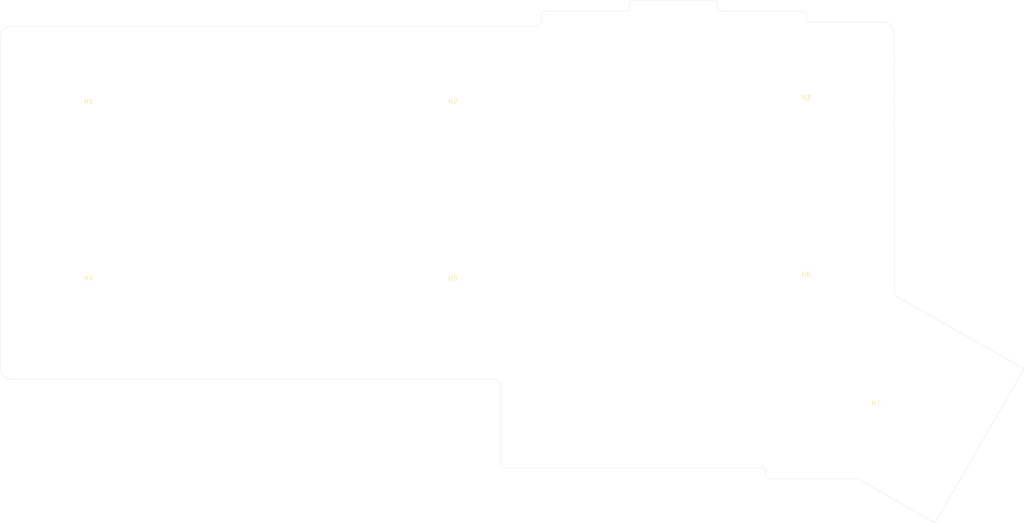
<source format=kicad_pcb>
(kicad_pcb (version 20171130) (host pcbnew "(5.1.9-0-10_14)")

  (general
    (thickness 1.6)
    (drawings 37)
    (tracks 0)
    (zones 0)
    (modules 52)
    (nets 1)
  )

  (page A4)
  (layers
    (0 F.Cu signal)
    (31 B.Cu signal)
    (32 B.Adhes user)
    (33 F.Adhes user)
    (34 B.Paste user)
    (35 F.Paste user)
    (36 B.SilkS user)
    (37 F.SilkS user)
    (38 B.Mask user)
    (39 F.Mask user)
    (40 Dwgs.User user)
    (41 Cmts.User user)
    (42 Eco1.User user)
    (43 Eco2.User user)
    (44 Edge.Cuts user)
    (45 Margin user)
    (46 B.CrtYd user)
    (47 F.CrtYd user)
    (48 B.Fab user)
    (49 F.Fab user)
  )

  (setup
    (last_trace_width 0.25)
    (trace_clearance 0.2)
    (zone_clearance 0.508)
    (zone_45_only no)
    (trace_min 0.2)
    (via_size 0.8)
    (via_drill 0.4)
    (via_min_size 0.4)
    (via_min_drill 0.3)
    (uvia_size 0.3)
    (uvia_drill 0.1)
    (uvias_allowed no)
    (uvia_min_size 0.2)
    (uvia_min_drill 0.1)
    (edge_width 0.05)
    (segment_width 0.2)
    (pcb_text_width 0.3)
    (pcb_text_size 1.5 1.5)
    (mod_edge_width 0.12)
    (mod_text_size 1 1)
    (mod_text_width 0.15)
    (pad_size 1.524 1.524)
    (pad_drill 0.762)
    (pad_to_mask_clearance 0)
    (aux_axis_origin 0 0)
    (grid_origin 192.0875 21.43125)
    (visible_elements FFFFF77F)
    (pcbplotparams
      (layerselection 0x011fc_ffffffff)
      (usegerberextensions false)
      (usegerberattributes true)
      (usegerberadvancedattributes true)
      (creategerberjobfile true)
      (excludeedgelayer true)
      (linewidth 0.100000)
      (plotframeref false)
      (viasonmask false)
      (mode 1)
      (useauxorigin false)
      (hpglpennumber 1)
      (hpglpenspeed 20)
      (hpglpendiameter 15.000000)
      (psnegative false)
      (psa4output false)
      (plotreference true)
      (plotvalue true)
      (plotinvisibletext false)
      (padsonsilk false)
      (subtractmaskfromsilk false)
      (outputformat 1)
      (mirror false)
      (drillshape 0)
      (scaleselection 1)
      (outputdirectory "./gerbers"))
  )

  (net 0 "")

  (net_class Default "This is the default net class."
    (clearance 0.2)
    (trace_width 0.25)
    (via_dia 0.8)
    (via_drill 0.4)
    (uvia_dia 0.3)
    (uvia_drill 0.1)
  )

  (module footprints:MX-Alps_Switch_Cutout (layer F.Cu) (tedit 5971FE21) (tstamp 607B8A7F)
    (at 154.78725 112.7125)
    (path /6072C094)
    (fp_text reference MX44 (at 0 3.175) (layer Dwgs.User)
      (effects (font (size 1 1) (thickness 0.15)))
    )
    (fp_text value MX-NoLED (at 0 -7.9375) (layer Dwgs.User)
      (effects (font (size 1 1) (thickness 0.15)))
    )
    (fp_line (start -9.5 -9.5) (end 9.5 -9.5) (layer Dwgs.User) (width 0.15))
    (fp_line (start -9.5 9.5) (end -9.5 -9.5) (layer Dwgs.User) (width 0.15))
    (fp_line (start 9.5 9.5) (end -9.5 9.5) (layer Dwgs.User) (width 0.15))
    (fp_line (start 9.5 -9.5) (end 9.5 9.5) (layer Dwgs.User) (width 0.15))
    (pad "" np_thru_hole oval (at 6.85 6.625) (size 0.3 1.05) (drill oval 0.3 1.05) (layers *.Cu *.Mask))
    (pad "" np_thru_hole oval (at 7.325 6.25) (size 1.25 0.3) (drill oval 1.25 0.3) (layers *.Cu *.Mask))
    (pad "" np_thru_hole oval (at 7.325 -6.25) (size 1.25 0.3) (drill oval 1.25 0.3) (layers *.Cu *.Mask))
    (pad "" np_thru_hole oval (at 6.85 -6.625) (size 0.3 1.05) (drill oval 0.3 1.05) (layers *.Cu *.Mask))
    (pad "" np_thru_hole oval (at -6.85 -6.625) (size 0.3 1.05) (drill oval 0.3 1.05) (layers *.Cu *.Mask))
    (pad "" np_thru_hole oval (at -7.325 -6.25) (size 1.25 0.3) (drill oval 1.25 0.3) (layers *.Cu *.Mask))
    (pad "" np_thru_hole oval (at -7.325 6.25) (size 1.25 0.3) (drill oval 1.25 0.3) (layers *.Cu *.Mask))
    (pad "" np_thru_hole oval (at -6.85 6.625) (size 0.3 1.05) (drill oval 0.3 1.05) (layers *.Cu *.Mask))
    (pad "" np_thru_hole oval (at 7.8 0) (size 0.3 12.8) (drill oval 0.3 12.8) (layers *.Cu *.Mask))
    (pad "" np_thru_hole oval (at -7.8 0) (size 0.3 12.8) (drill oval 0.3 12.8) (layers *.Cu *.Mask))
    (pad "" np_thru_hole oval (at 0 7) (size 14 0.3) (drill oval 14 0.3) (layers *.Cu *.Mask))
    (pad "" np_thru_hole oval (at 0 -7) (size 14 0.3) (drill oval 14 0.3) (layers *.Cu *.Mask))
  )

  (module footprints:MX-Alps_Switch_Cutout-1u_2u (layer F.Cu) (tedit 5971FF12) (tstamp 6072E24C)
    (at 240.2205 112.87125 240)
    (path /6072AAD1)
    (fp_text reference MX41 (at 0 3.175 60) (layer Dwgs.User)
      (effects (font (size 1 1) (thickness 0.15)))
    )
    (fp_text value MX-NoLED (at 0 -7.9375 60) (layer Dwgs.User)
      (effects (font (size 1 1) (thickness 0.15)))
    )
    (fp_line (start -19.025 -9.5) (end -0.025 -9.5) (layer Dwgs.User) (width 0.15))
    (fp_line (start -19.025 9.5) (end -19.025 -9.5) (layer Dwgs.User) (width 0.15))
    (fp_line (start -0.025 9.5) (end -19.025 9.5) (layer Dwgs.User) (width 0.15))
    (fp_line (start -0.025 -9.5) (end -0.025 9.5) (layer Dwgs.User) (width 0.15))
    (fp_line (start 19.025 9.5) (end 0.025 9.5) (layer Dwgs.User) (width 0.15))
    (fp_line (start 0.025 -9.5) (end 19.025 -9.5) (layer Dwgs.User) (width 0.15))
    (fp_line (start 0.025 9.5) (end 0.025 -9.5) (layer Dwgs.User) (width 0.15))
    (fp_line (start 19.025 -9.5) (end 19.025 9.5) (layer Dwgs.User) (width 0.15))
    (pad "" np_thru_hole oval (at -10.5664 7.4652 240) (size 0.3048 1.2192) (drill oval 0.3048 1.2192) (layers *.Cu *.Mask))
    (pad "" np_thru_hole oval (at -13.3096 7.4652 240) (size 0.3048 1.2192) (drill oval 0.3048 1.2192) (layers *.Cu *.Mask))
    (pad "" np_thru_hole oval (at 10.5664 7.4652 240) (size 0.3048 1.2192) (drill oval 0.3048 1.2192) (layers *.Cu *.Mask))
    (pad "" np_thru_hole oval (at -16.375 6.625 240) (size 0.3 1.05) (drill oval 0.3 1.05) (layers *.Cu *.Mask))
    (pad "" np_thru_hole oval (at 11.938 7.9224 240) (size 3.048 0.3048) (drill oval 3.048 0.3048) (layers *.Cu *.Mask))
    (pad "" np_thru_hole oval (at -11.938 7.9224 240) (size 3.048 0.3048) (drill oval 3.048 0.3048) (layers *.Cu *.Mask))
    (pad "" np_thru_hole oval (at 0 -7 240) (size 33.05 0.3) (drill oval 33.05 0.3) (layers *.Cu *.Mask))
    (pad "" np_thru_hole oval (at 16.85 -6.25 240) (size 1.25 0.3) (drill oval 1.25 0.3) (layers *.Cu *.Mask))
    (pad "" np_thru_hole oval (at 16.85 6.25 240) (size 1.25 0.3) (drill oval 1.25 0.3) (layers *.Cu *.Mask))
    (pad "" np_thru_hole oval (at 16.375 6.625 240) (size 0.3 1.05) (drill oval 0.3 1.05) (layers *.Cu *.Mask))
    (pad "" np_thru_hole oval (at 16.375 -6.625 240) (size 0.3 1.05) (drill oval 0.3 1.05) (layers *.Cu *.Mask))
    (pad "" np_thru_hole oval (at 17.325 0 240) (size 0.3 12.8) (drill oval 0.3 12.8) (layers *.Cu *.Mask))
    (pad "" np_thru_hole oval (at 0 7 240) (size 33.05 0.3) (drill oval 33.05 0.3) (layers *.Cu *.Mask))
    (pad "" np_thru_hole oval (at -17.325 0 240) (size 0.3 12.8) (drill oval 0.3 12.8) (layers *.Cu *.Mask))
    (pad "" np_thru_hole oval (at 13.3096 7.4652 240) (size 0.3048 1.2192) (drill oval 0.3048 1.2192) (layers *.Cu *.Mask))
    (pad "" np_thru_hole oval (at -16.85 6.25 240) (size 1.25 0.3) (drill oval 1.25 0.3) (layers *.Cu *.Mask))
    (pad "" np_thru_hole oval (at -16.85 -6.25 240) (size 1.25 0.3) (drill oval 1.25 0.3) (layers *.Cu *.Mask))
    (pad "" np_thru_hole oval (at -16.375 -6.625 240) (size 0.3 1.05) (drill oval 0.3 1.05) (layers *.Cu *.Mask))
  )

  (module footprints:MX-Alps_Switch_Cutout (layer F.Cu) (tedit 5971FE21) (tstamp 6072E297)
    (at 173.83125 112.7125)
    (path /6072C094)
    (fp_text reference MX44 (at 0 3.175) (layer Dwgs.User)
      (effects (font (size 1 1) (thickness 0.15)))
    )
    (fp_text value MX-NoLED (at 0 -7.9375) (layer Dwgs.User)
      (effects (font (size 1 1) (thickness 0.15)))
    )
    (fp_line (start -9.5 -9.5) (end 9.5 -9.5) (layer Dwgs.User) (width 0.15))
    (fp_line (start -9.5 9.5) (end -9.5 -9.5) (layer Dwgs.User) (width 0.15))
    (fp_line (start 9.5 9.5) (end -9.5 9.5) (layer Dwgs.User) (width 0.15))
    (fp_line (start 9.5 -9.5) (end 9.5 9.5) (layer Dwgs.User) (width 0.15))
    (pad "" np_thru_hole oval (at 0 -7) (size 14 0.3) (drill oval 14 0.3) (layers *.Cu *.Mask))
    (pad "" np_thru_hole oval (at 0 7) (size 14 0.3) (drill oval 14 0.3) (layers *.Cu *.Mask))
    (pad "" np_thru_hole oval (at -7.8 0) (size 0.3 12.8) (drill oval 0.3 12.8) (layers *.Cu *.Mask))
    (pad "" np_thru_hole oval (at 7.8 0) (size 0.3 12.8) (drill oval 0.3 12.8) (layers *.Cu *.Mask))
    (pad "" np_thru_hole oval (at -6.85 6.625) (size 0.3 1.05) (drill oval 0.3 1.05) (layers *.Cu *.Mask))
    (pad "" np_thru_hole oval (at -7.325 6.25) (size 1.25 0.3) (drill oval 1.25 0.3) (layers *.Cu *.Mask))
    (pad "" np_thru_hole oval (at -7.325 -6.25) (size 1.25 0.3) (drill oval 1.25 0.3) (layers *.Cu *.Mask))
    (pad "" np_thru_hole oval (at -6.85 -6.625) (size 0.3 1.05) (drill oval 0.3 1.05) (layers *.Cu *.Mask))
    (pad "" np_thru_hole oval (at 6.85 -6.625) (size 0.3 1.05) (drill oval 0.3 1.05) (layers *.Cu *.Mask))
    (pad "" np_thru_hole oval (at 7.325 -6.25) (size 1.25 0.3) (drill oval 1.25 0.3) (layers *.Cu *.Mask))
    (pad "" np_thru_hole oval (at 7.325 6.25) (size 1.25 0.3) (drill oval 1.25 0.3) (layers *.Cu *.Mask))
    (pad "" np_thru_hole oval (at 6.85 6.625) (size 0.3 1.05) (drill oval 0.3 1.05) (layers *.Cu *.Mask))
  )

  (module footprints:MX-Alps_Switch_Cutout (layer F.Cu) (tedit 5971FE21) (tstamp 6072E27E)
    (at 192.88125 112.7125)
    (path /6072BC7D)
    (fp_text reference MX43 (at 0 3.175) (layer Dwgs.User)
      (effects (font (size 1 1) (thickness 0.15)))
    )
    (fp_text value MX-NoLED (at 0 -7.9375) (layer Dwgs.User)
      (effects (font (size 1 1) (thickness 0.15)))
    )
    (fp_line (start -9.5 -9.5) (end 9.5 -9.5) (layer Dwgs.User) (width 0.15))
    (fp_line (start -9.5 9.5) (end -9.5 -9.5) (layer Dwgs.User) (width 0.15))
    (fp_line (start 9.5 9.5) (end -9.5 9.5) (layer Dwgs.User) (width 0.15))
    (fp_line (start 9.5 -9.5) (end 9.5 9.5) (layer Dwgs.User) (width 0.15))
    (pad "" np_thru_hole oval (at 0 -7) (size 14 0.3) (drill oval 14 0.3) (layers *.Cu *.Mask))
    (pad "" np_thru_hole oval (at 0 7) (size 14 0.3) (drill oval 14 0.3) (layers *.Cu *.Mask))
    (pad "" np_thru_hole oval (at -7.8 0) (size 0.3 12.8) (drill oval 0.3 12.8) (layers *.Cu *.Mask))
    (pad "" np_thru_hole oval (at 7.8 0) (size 0.3 12.8) (drill oval 0.3 12.8) (layers *.Cu *.Mask))
    (pad "" np_thru_hole oval (at -6.85 6.625) (size 0.3 1.05) (drill oval 0.3 1.05) (layers *.Cu *.Mask))
    (pad "" np_thru_hole oval (at -7.325 6.25) (size 1.25 0.3) (drill oval 1.25 0.3) (layers *.Cu *.Mask))
    (pad "" np_thru_hole oval (at -7.325 -6.25) (size 1.25 0.3) (drill oval 1.25 0.3) (layers *.Cu *.Mask))
    (pad "" np_thru_hole oval (at -6.85 -6.625) (size 0.3 1.05) (drill oval 0.3 1.05) (layers *.Cu *.Mask))
    (pad "" np_thru_hole oval (at 6.85 -6.625) (size 0.3 1.05) (drill oval 0.3 1.05) (layers *.Cu *.Mask))
    (pad "" np_thru_hole oval (at 7.325 -6.25) (size 1.25 0.3) (drill oval 1.25 0.3) (layers *.Cu *.Mask))
    (pad "" np_thru_hole oval (at 7.325 6.25) (size 1.25 0.3) (drill oval 1.25 0.3) (layers *.Cu *.Mask))
    (pad "" np_thru_hole oval (at 6.85 6.625) (size 0.3 1.05) (drill oval 0.3 1.05) (layers *.Cu *.Mask))
  )

  (module footprints:MX-Alps_Switch_Cutout (layer F.Cu) (tedit 5971FE21) (tstamp 6072E265)
    (at 211.93125 115.09375)
    (path /6072B58C)
    (fp_text reference MX42 (at 0 3.175) (layer Dwgs.User)
      (effects (font (size 1 1) (thickness 0.15)))
    )
    (fp_text value MX-NoLED (at 0 -7.9375) (layer Dwgs.User)
      (effects (font (size 1 1) (thickness 0.15)))
    )
    (fp_line (start -9.5 -9.5) (end 9.5 -9.5) (layer Dwgs.User) (width 0.15))
    (fp_line (start -9.5 9.5) (end -9.5 -9.5) (layer Dwgs.User) (width 0.15))
    (fp_line (start 9.5 9.5) (end -9.5 9.5) (layer Dwgs.User) (width 0.15))
    (fp_line (start 9.5 -9.5) (end 9.5 9.5) (layer Dwgs.User) (width 0.15))
    (pad "" np_thru_hole oval (at 0 -7) (size 14 0.3) (drill oval 14 0.3) (layers *.Cu *.Mask))
    (pad "" np_thru_hole oval (at 0 7) (size 14 0.3) (drill oval 14 0.3) (layers *.Cu *.Mask))
    (pad "" np_thru_hole oval (at -7.8 0) (size 0.3 12.8) (drill oval 0.3 12.8) (layers *.Cu *.Mask))
    (pad "" np_thru_hole oval (at 7.8 0) (size 0.3 12.8) (drill oval 0.3 12.8) (layers *.Cu *.Mask))
    (pad "" np_thru_hole oval (at -6.85 6.625) (size 0.3 1.05) (drill oval 0.3 1.05) (layers *.Cu *.Mask))
    (pad "" np_thru_hole oval (at -7.325 6.25) (size 1.25 0.3) (drill oval 1.25 0.3) (layers *.Cu *.Mask))
    (pad "" np_thru_hole oval (at -7.325 -6.25) (size 1.25 0.3) (drill oval 1.25 0.3) (layers *.Cu *.Mask))
    (pad "" np_thru_hole oval (at -6.85 -6.625) (size 0.3 1.05) (drill oval 0.3 1.05) (layers *.Cu *.Mask))
    (pad "" np_thru_hole oval (at 6.85 -6.625) (size 0.3 1.05) (drill oval 0.3 1.05) (layers *.Cu *.Mask))
    (pad "" np_thru_hole oval (at 7.325 -6.25) (size 1.25 0.3) (drill oval 1.25 0.3) (layers *.Cu *.Mask))
    (pad "" np_thru_hole oval (at 7.325 6.25) (size 1.25 0.3) (drill oval 1.25 0.3) (layers *.Cu *.Mask))
    (pad "" np_thru_hole oval (at 6.85 6.625) (size 0.3 1.05) (drill oval 0.3 1.05) (layers *.Cu *.Mask))
  )

  (module footprints:MX-Alps_Switch_Cutout (layer F.Cu) (tedit 5971FE21) (tstamp 6072E233)
    (at 46.83125 93.6625)
    (path /607253A3)
    (fp_text reference MX40 (at 0 3.175) (layer Dwgs.User)
      (effects (font (size 1 1) (thickness 0.15)))
    )
    (fp_text value MX-NoLED (at 0 -7.9375) (layer Dwgs.User)
      (effects (font (size 1 1) (thickness 0.15)))
    )
    (fp_line (start -9.5 -9.5) (end 9.5 -9.5) (layer Dwgs.User) (width 0.15))
    (fp_line (start -9.5 9.5) (end -9.5 -9.5) (layer Dwgs.User) (width 0.15))
    (fp_line (start 9.5 9.5) (end -9.5 9.5) (layer Dwgs.User) (width 0.15))
    (fp_line (start 9.5 -9.5) (end 9.5 9.5) (layer Dwgs.User) (width 0.15))
    (pad "" np_thru_hole oval (at 0 -7) (size 14 0.3) (drill oval 14 0.3) (layers *.Cu *.Mask))
    (pad "" np_thru_hole oval (at 0 7) (size 14 0.3) (drill oval 14 0.3) (layers *.Cu *.Mask))
    (pad "" np_thru_hole oval (at -7.8 0) (size 0.3 12.8) (drill oval 0.3 12.8) (layers *.Cu *.Mask))
    (pad "" np_thru_hole oval (at 7.8 0) (size 0.3 12.8) (drill oval 0.3 12.8) (layers *.Cu *.Mask))
    (pad "" np_thru_hole oval (at -6.85 6.625) (size 0.3 1.05) (drill oval 0.3 1.05) (layers *.Cu *.Mask))
    (pad "" np_thru_hole oval (at -7.325 6.25) (size 1.25 0.3) (drill oval 1.25 0.3) (layers *.Cu *.Mask))
    (pad "" np_thru_hole oval (at -7.325 -6.25) (size 1.25 0.3) (drill oval 1.25 0.3) (layers *.Cu *.Mask))
    (pad "" np_thru_hole oval (at -6.85 -6.625) (size 0.3 1.05) (drill oval 0.3 1.05) (layers *.Cu *.Mask))
    (pad "" np_thru_hole oval (at 6.85 -6.625) (size 0.3 1.05) (drill oval 0.3 1.05) (layers *.Cu *.Mask))
    (pad "" np_thru_hole oval (at 7.325 -6.25) (size 1.25 0.3) (drill oval 1.25 0.3) (layers *.Cu *.Mask))
    (pad "" np_thru_hole oval (at 7.325 6.25) (size 1.25 0.3) (drill oval 1.25 0.3) (layers *.Cu *.Mask))
    (pad "" np_thru_hole oval (at 6.85 6.625) (size 0.3 1.05) (drill oval 0.3 1.05) (layers *.Cu *.Mask))
  )

  (module footprints:MX-Alps_Switch_Cutout (layer F.Cu) (tedit 5971FE21) (tstamp 6072E21A)
    (at 65.88125 93.6625)
    (path /607249F6)
    (fp_text reference MX39 (at 0 3.175) (layer Dwgs.User)
      (effects (font (size 1 1) (thickness 0.15)))
    )
    (fp_text value MX-NoLED (at 0 -7.9375) (layer Dwgs.User)
      (effects (font (size 1 1) (thickness 0.15)))
    )
    (fp_line (start -9.5 -9.5) (end 9.5 -9.5) (layer Dwgs.User) (width 0.15))
    (fp_line (start -9.5 9.5) (end -9.5 -9.5) (layer Dwgs.User) (width 0.15))
    (fp_line (start 9.5 9.5) (end -9.5 9.5) (layer Dwgs.User) (width 0.15))
    (fp_line (start 9.5 -9.5) (end 9.5 9.5) (layer Dwgs.User) (width 0.15))
    (pad "" np_thru_hole oval (at 0 -7) (size 14 0.3) (drill oval 14 0.3) (layers *.Cu *.Mask))
    (pad "" np_thru_hole oval (at 0 7) (size 14 0.3) (drill oval 14 0.3) (layers *.Cu *.Mask))
    (pad "" np_thru_hole oval (at -7.8 0) (size 0.3 12.8) (drill oval 0.3 12.8) (layers *.Cu *.Mask))
    (pad "" np_thru_hole oval (at 7.8 0) (size 0.3 12.8) (drill oval 0.3 12.8) (layers *.Cu *.Mask))
    (pad "" np_thru_hole oval (at -6.85 6.625) (size 0.3 1.05) (drill oval 0.3 1.05) (layers *.Cu *.Mask))
    (pad "" np_thru_hole oval (at -7.325 6.25) (size 1.25 0.3) (drill oval 1.25 0.3) (layers *.Cu *.Mask))
    (pad "" np_thru_hole oval (at -7.325 -6.25) (size 1.25 0.3) (drill oval 1.25 0.3) (layers *.Cu *.Mask))
    (pad "" np_thru_hole oval (at -6.85 -6.625) (size 0.3 1.05) (drill oval 0.3 1.05) (layers *.Cu *.Mask))
    (pad "" np_thru_hole oval (at 6.85 -6.625) (size 0.3 1.05) (drill oval 0.3 1.05) (layers *.Cu *.Mask))
    (pad "" np_thru_hole oval (at 7.325 -6.25) (size 1.25 0.3) (drill oval 1.25 0.3) (layers *.Cu *.Mask))
    (pad "" np_thru_hole oval (at 7.325 6.25) (size 1.25 0.3) (drill oval 1.25 0.3) (layers *.Cu *.Mask))
    (pad "" np_thru_hole oval (at 6.85 6.625) (size 0.3 1.05) (drill oval 0.3 1.05) (layers *.Cu *.Mask))
  )

  (module footprints:MX-Alps_Switch_Cutout (layer F.Cu) (tedit 5971FE21) (tstamp 6072E201)
    (at 84.93125 93.6625)
    (path /60724260)
    (fp_text reference MX38 (at 0 3.175) (layer Dwgs.User)
      (effects (font (size 1 1) (thickness 0.15)))
    )
    (fp_text value MX-NoLED (at 0 -7.9375) (layer Dwgs.User)
      (effects (font (size 1 1) (thickness 0.15)))
    )
    (fp_line (start -9.5 -9.5) (end 9.5 -9.5) (layer Dwgs.User) (width 0.15))
    (fp_line (start -9.5 9.5) (end -9.5 -9.5) (layer Dwgs.User) (width 0.15))
    (fp_line (start 9.5 9.5) (end -9.5 9.5) (layer Dwgs.User) (width 0.15))
    (fp_line (start 9.5 -9.5) (end 9.5 9.5) (layer Dwgs.User) (width 0.15))
    (pad "" np_thru_hole oval (at 0 -7) (size 14 0.3) (drill oval 14 0.3) (layers *.Cu *.Mask))
    (pad "" np_thru_hole oval (at 0 7) (size 14 0.3) (drill oval 14 0.3) (layers *.Cu *.Mask))
    (pad "" np_thru_hole oval (at -7.8 0) (size 0.3 12.8) (drill oval 0.3 12.8) (layers *.Cu *.Mask))
    (pad "" np_thru_hole oval (at 7.8 0) (size 0.3 12.8) (drill oval 0.3 12.8) (layers *.Cu *.Mask))
    (pad "" np_thru_hole oval (at -6.85 6.625) (size 0.3 1.05) (drill oval 0.3 1.05) (layers *.Cu *.Mask))
    (pad "" np_thru_hole oval (at -7.325 6.25) (size 1.25 0.3) (drill oval 1.25 0.3) (layers *.Cu *.Mask))
    (pad "" np_thru_hole oval (at -7.325 -6.25) (size 1.25 0.3) (drill oval 1.25 0.3) (layers *.Cu *.Mask))
    (pad "" np_thru_hole oval (at -6.85 -6.625) (size 0.3 1.05) (drill oval 0.3 1.05) (layers *.Cu *.Mask))
    (pad "" np_thru_hole oval (at 6.85 -6.625) (size 0.3 1.05) (drill oval 0.3 1.05) (layers *.Cu *.Mask))
    (pad "" np_thru_hole oval (at 7.325 -6.25) (size 1.25 0.3) (drill oval 1.25 0.3) (layers *.Cu *.Mask))
    (pad "" np_thru_hole oval (at 7.325 6.25) (size 1.25 0.3) (drill oval 1.25 0.3) (layers *.Cu *.Mask))
    (pad "" np_thru_hole oval (at 6.85 6.625) (size 0.3 1.05) (drill oval 0.3 1.05) (layers *.Cu *.Mask))
  )

  (module footprints:MX-Alps_Switch_Cutout (layer F.Cu) (tedit 5971FE21) (tstamp 6072E1E8)
    (at 103.98125 93.6625)
    (path /60723A4D)
    (fp_text reference MX37 (at 0 3.175) (layer Dwgs.User)
      (effects (font (size 1 1) (thickness 0.15)))
    )
    (fp_text value MX-NoLED (at 0 -7.9375) (layer Dwgs.User)
      (effects (font (size 1 1) (thickness 0.15)))
    )
    (fp_line (start -9.5 -9.5) (end 9.5 -9.5) (layer Dwgs.User) (width 0.15))
    (fp_line (start -9.5 9.5) (end -9.5 -9.5) (layer Dwgs.User) (width 0.15))
    (fp_line (start 9.5 9.5) (end -9.5 9.5) (layer Dwgs.User) (width 0.15))
    (fp_line (start 9.5 -9.5) (end 9.5 9.5) (layer Dwgs.User) (width 0.15))
    (pad "" np_thru_hole oval (at 0 -7) (size 14 0.3) (drill oval 14 0.3) (layers *.Cu *.Mask))
    (pad "" np_thru_hole oval (at 0 7) (size 14 0.3) (drill oval 14 0.3) (layers *.Cu *.Mask))
    (pad "" np_thru_hole oval (at -7.8 0) (size 0.3 12.8) (drill oval 0.3 12.8) (layers *.Cu *.Mask))
    (pad "" np_thru_hole oval (at 7.8 0) (size 0.3 12.8) (drill oval 0.3 12.8) (layers *.Cu *.Mask))
    (pad "" np_thru_hole oval (at -6.85 6.625) (size 0.3 1.05) (drill oval 0.3 1.05) (layers *.Cu *.Mask))
    (pad "" np_thru_hole oval (at -7.325 6.25) (size 1.25 0.3) (drill oval 1.25 0.3) (layers *.Cu *.Mask))
    (pad "" np_thru_hole oval (at -7.325 -6.25) (size 1.25 0.3) (drill oval 1.25 0.3) (layers *.Cu *.Mask))
    (pad "" np_thru_hole oval (at -6.85 -6.625) (size 0.3 1.05) (drill oval 0.3 1.05) (layers *.Cu *.Mask))
    (pad "" np_thru_hole oval (at 6.85 -6.625) (size 0.3 1.05) (drill oval 0.3 1.05) (layers *.Cu *.Mask))
    (pad "" np_thru_hole oval (at 7.325 -6.25) (size 1.25 0.3) (drill oval 1.25 0.3) (layers *.Cu *.Mask))
    (pad "" np_thru_hole oval (at 7.325 6.25) (size 1.25 0.3) (drill oval 1.25 0.3) (layers *.Cu *.Mask))
    (pad "" np_thru_hole oval (at 6.85 6.625) (size 0.3 1.05) (drill oval 0.3 1.05) (layers *.Cu *.Mask))
  )

  (module footprints:MX-Alps_Switch_Cutout (layer F.Cu) (tedit 5971FE21) (tstamp 6072E1CF)
    (at 125.4125 93.6625)
    (path /607231E0)
    (fp_text reference MX36 (at 0 3.175) (layer Dwgs.User)
      (effects (font (size 1 1) (thickness 0.15)))
    )
    (fp_text value MX-NoLED (at 0 -7.9375) (layer Dwgs.User)
      (effects (font (size 1 1) (thickness 0.15)))
    )
    (fp_line (start -9.5 -9.5) (end 9.5 -9.5) (layer Dwgs.User) (width 0.15))
    (fp_line (start -9.5 9.5) (end -9.5 -9.5) (layer Dwgs.User) (width 0.15))
    (fp_line (start 9.5 9.5) (end -9.5 9.5) (layer Dwgs.User) (width 0.15))
    (fp_line (start 9.5 -9.5) (end 9.5 9.5) (layer Dwgs.User) (width 0.15))
    (pad "" np_thru_hole oval (at 0 -7) (size 14 0.3) (drill oval 14 0.3) (layers *.Cu *.Mask))
    (pad "" np_thru_hole oval (at 0 7) (size 14 0.3) (drill oval 14 0.3) (layers *.Cu *.Mask))
    (pad "" np_thru_hole oval (at -7.8 0) (size 0.3 12.8) (drill oval 0.3 12.8) (layers *.Cu *.Mask))
    (pad "" np_thru_hole oval (at 7.8 0) (size 0.3 12.8) (drill oval 0.3 12.8) (layers *.Cu *.Mask))
    (pad "" np_thru_hole oval (at -6.85 6.625) (size 0.3 1.05) (drill oval 0.3 1.05) (layers *.Cu *.Mask))
    (pad "" np_thru_hole oval (at -7.325 6.25) (size 1.25 0.3) (drill oval 1.25 0.3) (layers *.Cu *.Mask))
    (pad "" np_thru_hole oval (at -7.325 -6.25) (size 1.25 0.3) (drill oval 1.25 0.3) (layers *.Cu *.Mask))
    (pad "" np_thru_hole oval (at -6.85 -6.625) (size 0.3 1.05) (drill oval 0.3 1.05) (layers *.Cu *.Mask))
    (pad "" np_thru_hole oval (at 6.85 -6.625) (size 0.3 1.05) (drill oval 0.3 1.05) (layers *.Cu *.Mask))
    (pad "" np_thru_hole oval (at 7.325 -6.25) (size 1.25 0.3) (drill oval 1.25 0.3) (layers *.Cu *.Mask))
    (pad "" np_thru_hole oval (at 7.325 6.25) (size 1.25 0.3) (drill oval 1.25 0.3) (layers *.Cu *.Mask))
    (pad "" np_thru_hole oval (at 6.85 6.625) (size 0.3 1.05) (drill oval 0.3 1.05) (layers *.Cu *.Mask))
  )

  (module footprints:MX-Alps_Switch_Cutout (layer F.Cu) (tedit 5971FE21) (tstamp 6072E1B6)
    (at 144.4625 93.6625)
    (path /607229FF)
    (fp_text reference MX35 (at 0 3.175) (layer Dwgs.User)
      (effects (font (size 1 1) (thickness 0.15)))
    )
    (fp_text value MX-NoLED (at 0 -7.9375) (layer Dwgs.User)
      (effects (font (size 1 1) (thickness 0.15)))
    )
    (fp_line (start -9.5 -9.5) (end 9.5 -9.5) (layer Dwgs.User) (width 0.15))
    (fp_line (start -9.5 9.5) (end -9.5 -9.5) (layer Dwgs.User) (width 0.15))
    (fp_line (start 9.5 9.5) (end -9.5 9.5) (layer Dwgs.User) (width 0.15))
    (fp_line (start 9.5 -9.5) (end 9.5 9.5) (layer Dwgs.User) (width 0.15))
    (pad "" np_thru_hole oval (at 0 -7) (size 14 0.3) (drill oval 14 0.3) (layers *.Cu *.Mask))
    (pad "" np_thru_hole oval (at 0 7) (size 14 0.3) (drill oval 14 0.3) (layers *.Cu *.Mask))
    (pad "" np_thru_hole oval (at -7.8 0) (size 0.3 12.8) (drill oval 0.3 12.8) (layers *.Cu *.Mask))
    (pad "" np_thru_hole oval (at 7.8 0) (size 0.3 12.8) (drill oval 0.3 12.8) (layers *.Cu *.Mask))
    (pad "" np_thru_hole oval (at -6.85 6.625) (size 0.3 1.05) (drill oval 0.3 1.05) (layers *.Cu *.Mask))
    (pad "" np_thru_hole oval (at -7.325 6.25) (size 1.25 0.3) (drill oval 1.25 0.3) (layers *.Cu *.Mask))
    (pad "" np_thru_hole oval (at -7.325 -6.25) (size 1.25 0.3) (drill oval 1.25 0.3) (layers *.Cu *.Mask))
    (pad "" np_thru_hole oval (at -6.85 -6.625) (size 0.3 1.05) (drill oval 0.3 1.05) (layers *.Cu *.Mask))
    (pad "" np_thru_hole oval (at 6.85 -6.625) (size 0.3 1.05) (drill oval 0.3 1.05) (layers *.Cu *.Mask))
    (pad "" np_thru_hole oval (at 7.325 -6.25) (size 1.25 0.3) (drill oval 1.25 0.3) (layers *.Cu *.Mask))
    (pad "" np_thru_hole oval (at 7.325 6.25) (size 1.25 0.3) (drill oval 1.25 0.3) (layers *.Cu *.Mask))
    (pad "" np_thru_hole oval (at 6.85 6.625) (size 0.3 1.05) (drill oval 0.3 1.05) (layers *.Cu *.Mask))
  )

  (module footprints:MX-Alps_Switch_Cutout (layer F.Cu) (tedit 5971FE21) (tstamp 6072E19D)
    (at 163.5125 90.4875)
    (path /60722561)
    (fp_text reference MX34 (at 0 3.175) (layer Dwgs.User)
      (effects (font (size 1 1) (thickness 0.15)))
    )
    (fp_text value MX-NoLED (at 0 -7.9375) (layer Dwgs.User)
      (effects (font (size 1 1) (thickness 0.15)))
    )
    (fp_line (start -9.5 -9.5) (end 9.5 -9.5) (layer Dwgs.User) (width 0.15))
    (fp_line (start -9.5 9.5) (end -9.5 -9.5) (layer Dwgs.User) (width 0.15))
    (fp_line (start 9.5 9.5) (end -9.5 9.5) (layer Dwgs.User) (width 0.15))
    (fp_line (start 9.5 -9.5) (end 9.5 9.5) (layer Dwgs.User) (width 0.15))
    (pad "" np_thru_hole oval (at 0 -7) (size 14 0.3) (drill oval 14 0.3) (layers *.Cu *.Mask))
    (pad "" np_thru_hole oval (at 0 7) (size 14 0.3) (drill oval 14 0.3) (layers *.Cu *.Mask))
    (pad "" np_thru_hole oval (at -7.8 0) (size 0.3 12.8) (drill oval 0.3 12.8) (layers *.Cu *.Mask))
    (pad "" np_thru_hole oval (at 7.8 0) (size 0.3 12.8) (drill oval 0.3 12.8) (layers *.Cu *.Mask))
    (pad "" np_thru_hole oval (at -6.85 6.625) (size 0.3 1.05) (drill oval 0.3 1.05) (layers *.Cu *.Mask))
    (pad "" np_thru_hole oval (at -7.325 6.25) (size 1.25 0.3) (drill oval 1.25 0.3) (layers *.Cu *.Mask))
    (pad "" np_thru_hole oval (at -7.325 -6.25) (size 1.25 0.3) (drill oval 1.25 0.3) (layers *.Cu *.Mask))
    (pad "" np_thru_hole oval (at -6.85 -6.625) (size 0.3 1.05) (drill oval 0.3 1.05) (layers *.Cu *.Mask))
    (pad "" np_thru_hole oval (at 6.85 -6.625) (size 0.3 1.05) (drill oval 0.3 1.05) (layers *.Cu *.Mask))
    (pad "" np_thru_hole oval (at 7.325 -6.25) (size 1.25 0.3) (drill oval 1.25 0.3) (layers *.Cu *.Mask))
    (pad "" np_thru_hole oval (at 7.325 6.25) (size 1.25 0.3) (drill oval 1.25 0.3) (layers *.Cu *.Mask))
    (pad "" np_thru_hole oval (at 6.85 6.625) (size 0.3 1.05) (drill oval 0.3 1.05) (layers *.Cu *.Mask))
  )

  (module footprints:MX-Alps_Switch_Cutout (layer F.Cu) (tedit 5971FE21) (tstamp 6072E184)
    (at 182.5625 88.10625)
    (path /607220D2)
    (fp_text reference MX33 (at 0 3.175) (layer Dwgs.User)
      (effects (font (size 1 1) (thickness 0.15)))
    )
    (fp_text value MX-NoLED (at 0 -7.9375) (layer Dwgs.User)
      (effects (font (size 1 1) (thickness 0.15)))
    )
    (fp_line (start -9.5 -9.5) (end 9.5 -9.5) (layer Dwgs.User) (width 0.15))
    (fp_line (start -9.5 9.5) (end -9.5 -9.5) (layer Dwgs.User) (width 0.15))
    (fp_line (start 9.5 9.5) (end -9.5 9.5) (layer Dwgs.User) (width 0.15))
    (fp_line (start 9.5 -9.5) (end 9.5 9.5) (layer Dwgs.User) (width 0.15))
    (pad "" np_thru_hole oval (at 0 -7) (size 14 0.3) (drill oval 14 0.3) (layers *.Cu *.Mask))
    (pad "" np_thru_hole oval (at 0 7) (size 14 0.3) (drill oval 14 0.3) (layers *.Cu *.Mask))
    (pad "" np_thru_hole oval (at -7.8 0) (size 0.3 12.8) (drill oval 0.3 12.8) (layers *.Cu *.Mask))
    (pad "" np_thru_hole oval (at 7.8 0) (size 0.3 12.8) (drill oval 0.3 12.8) (layers *.Cu *.Mask))
    (pad "" np_thru_hole oval (at -6.85 6.625) (size 0.3 1.05) (drill oval 0.3 1.05) (layers *.Cu *.Mask))
    (pad "" np_thru_hole oval (at -7.325 6.25) (size 1.25 0.3) (drill oval 1.25 0.3) (layers *.Cu *.Mask))
    (pad "" np_thru_hole oval (at -7.325 -6.25) (size 1.25 0.3) (drill oval 1.25 0.3) (layers *.Cu *.Mask))
    (pad "" np_thru_hole oval (at -6.85 -6.625) (size 0.3 1.05) (drill oval 0.3 1.05) (layers *.Cu *.Mask))
    (pad "" np_thru_hole oval (at 6.85 -6.625) (size 0.3 1.05) (drill oval 0.3 1.05) (layers *.Cu *.Mask))
    (pad "" np_thru_hole oval (at 7.325 -6.25) (size 1.25 0.3) (drill oval 1.25 0.3) (layers *.Cu *.Mask))
    (pad "" np_thru_hole oval (at 7.325 6.25) (size 1.25 0.3) (drill oval 1.25 0.3) (layers *.Cu *.Mask))
    (pad "" np_thru_hole oval (at 6.85 6.625) (size 0.3 1.05) (drill oval 0.3 1.05) (layers *.Cu *.Mask))
  )

  (module footprints:MX-Alps_Switch_Cutout (layer F.Cu) (tedit 5971FE21) (tstamp 6072E16B)
    (at 201.6125 90.4875)
    (path /607218EC)
    (fp_text reference MX32 (at 0 3.175) (layer Dwgs.User)
      (effects (font (size 1 1) (thickness 0.15)))
    )
    (fp_text value MX-NoLED (at 0 -7.9375) (layer Dwgs.User)
      (effects (font (size 1 1) (thickness 0.15)))
    )
    (fp_line (start -9.5 -9.5) (end 9.5 -9.5) (layer Dwgs.User) (width 0.15))
    (fp_line (start -9.5 9.5) (end -9.5 -9.5) (layer Dwgs.User) (width 0.15))
    (fp_line (start 9.5 9.5) (end -9.5 9.5) (layer Dwgs.User) (width 0.15))
    (fp_line (start 9.5 -9.5) (end 9.5 9.5) (layer Dwgs.User) (width 0.15))
    (pad "" np_thru_hole oval (at 0 -7) (size 14 0.3) (drill oval 14 0.3) (layers *.Cu *.Mask))
    (pad "" np_thru_hole oval (at 0 7) (size 14 0.3) (drill oval 14 0.3) (layers *.Cu *.Mask))
    (pad "" np_thru_hole oval (at -7.8 0) (size 0.3 12.8) (drill oval 0.3 12.8) (layers *.Cu *.Mask))
    (pad "" np_thru_hole oval (at 7.8 0) (size 0.3 12.8) (drill oval 0.3 12.8) (layers *.Cu *.Mask))
    (pad "" np_thru_hole oval (at -6.85 6.625) (size 0.3 1.05) (drill oval 0.3 1.05) (layers *.Cu *.Mask))
    (pad "" np_thru_hole oval (at -7.325 6.25) (size 1.25 0.3) (drill oval 1.25 0.3) (layers *.Cu *.Mask))
    (pad "" np_thru_hole oval (at -7.325 -6.25) (size 1.25 0.3) (drill oval 1.25 0.3) (layers *.Cu *.Mask))
    (pad "" np_thru_hole oval (at -6.85 -6.625) (size 0.3 1.05) (drill oval 0.3 1.05) (layers *.Cu *.Mask))
    (pad "" np_thru_hole oval (at 6.85 -6.625) (size 0.3 1.05) (drill oval 0.3 1.05) (layers *.Cu *.Mask))
    (pad "" np_thru_hole oval (at 7.325 -6.25) (size 1.25 0.3) (drill oval 1.25 0.3) (layers *.Cu *.Mask))
    (pad "" np_thru_hole oval (at 7.325 6.25) (size 1.25 0.3) (drill oval 1.25 0.3) (layers *.Cu *.Mask))
    (pad "" np_thru_hole oval (at 6.85 6.625) (size 0.3 1.05) (drill oval 0.3 1.05) (layers *.Cu *.Mask))
  )

  (module footprints:MX-Alps_Switch_Cutout (layer F.Cu) (tedit 5971FE21) (tstamp 6072E152)
    (at 220.6625 92.86875)
    (path /60720CBF)
    (fp_text reference MX31 (at 0 3.175) (layer Dwgs.User)
      (effects (font (size 1 1) (thickness 0.15)))
    )
    (fp_text value MX-NoLED (at 0 -7.9375) (layer Dwgs.User)
      (effects (font (size 1 1) (thickness 0.15)))
    )
    (fp_line (start -9.5 -9.5) (end 9.5 -9.5) (layer Dwgs.User) (width 0.15))
    (fp_line (start -9.5 9.5) (end -9.5 -9.5) (layer Dwgs.User) (width 0.15))
    (fp_line (start 9.5 9.5) (end -9.5 9.5) (layer Dwgs.User) (width 0.15))
    (fp_line (start 9.5 -9.5) (end 9.5 9.5) (layer Dwgs.User) (width 0.15))
    (pad "" np_thru_hole oval (at 0 -7) (size 14 0.3) (drill oval 14 0.3) (layers *.Cu *.Mask))
    (pad "" np_thru_hole oval (at 0 7) (size 14 0.3) (drill oval 14 0.3) (layers *.Cu *.Mask))
    (pad "" np_thru_hole oval (at -7.8 0) (size 0.3 12.8) (drill oval 0.3 12.8) (layers *.Cu *.Mask))
    (pad "" np_thru_hole oval (at 7.8 0) (size 0.3 12.8) (drill oval 0.3 12.8) (layers *.Cu *.Mask))
    (pad "" np_thru_hole oval (at -6.85 6.625) (size 0.3 1.05) (drill oval 0.3 1.05) (layers *.Cu *.Mask))
    (pad "" np_thru_hole oval (at -7.325 6.25) (size 1.25 0.3) (drill oval 1.25 0.3) (layers *.Cu *.Mask))
    (pad "" np_thru_hole oval (at -7.325 -6.25) (size 1.25 0.3) (drill oval 1.25 0.3) (layers *.Cu *.Mask))
    (pad "" np_thru_hole oval (at -6.85 -6.625) (size 0.3 1.05) (drill oval 0.3 1.05) (layers *.Cu *.Mask))
    (pad "" np_thru_hole oval (at 6.85 -6.625) (size 0.3 1.05) (drill oval 0.3 1.05) (layers *.Cu *.Mask))
    (pad "" np_thru_hole oval (at 7.325 -6.25) (size 1.25 0.3) (drill oval 1.25 0.3) (layers *.Cu *.Mask))
    (pad "" np_thru_hole oval (at 7.325 6.25) (size 1.25 0.3) (drill oval 1.25 0.3) (layers *.Cu *.Mask))
    (pad "" np_thru_hole oval (at 6.85 6.625) (size 0.3 1.05) (drill oval 0.3 1.05) (layers *.Cu *.Mask))
  )

  (module footprints:MX-Alps_Switch_Cutout (layer F.Cu) (tedit 5971FE21) (tstamp 6072E139)
    (at 46.83125 74.6125)
    (path /60764DA1)
    (fp_text reference MX30 (at 0 3.175) (layer Dwgs.User)
      (effects (font (size 1 1) (thickness 0.15)))
    )
    (fp_text value MX-NoLED (at 0 -7.9375) (layer Dwgs.User)
      (effects (font (size 1 1) (thickness 0.15)))
    )
    (fp_line (start -9.5 -9.5) (end 9.5 -9.5) (layer Dwgs.User) (width 0.15))
    (fp_line (start -9.5 9.5) (end -9.5 -9.5) (layer Dwgs.User) (width 0.15))
    (fp_line (start 9.5 9.5) (end -9.5 9.5) (layer Dwgs.User) (width 0.15))
    (fp_line (start 9.5 -9.5) (end 9.5 9.5) (layer Dwgs.User) (width 0.15))
    (pad "" np_thru_hole oval (at 0 -7) (size 14 0.3) (drill oval 14 0.3) (layers *.Cu *.Mask))
    (pad "" np_thru_hole oval (at 0 7) (size 14 0.3) (drill oval 14 0.3) (layers *.Cu *.Mask))
    (pad "" np_thru_hole oval (at -7.8 0) (size 0.3 12.8) (drill oval 0.3 12.8) (layers *.Cu *.Mask))
    (pad "" np_thru_hole oval (at 7.8 0) (size 0.3 12.8) (drill oval 0.3 12.8) (layers *.Cu *.Mask))
    (pad "" np_thru_hole oval (at -6.85 6.625) (size 0.3 1.05) (drill oval 0.3 1.05) (layers *.Cu *.Mask))
    (pad "" np_thru_hole oval (at -7.325 6.25) (size 1.25 0.3) (drill oval 1.25 0.3) (layers *.Cu *.Mask))
    (pad "" np_thru_hole oval (at -7.325 -6.25) (size 1.25 0.3) (drill oval 1.25 0.3) (layers *.Cu *.Mask))
    (pad "" np_thru_hole oval (at -6.85 -6.625) (size 0.3 1.05) (drill oval 0.3 1.05) (layers *.Cu *.Mask))
    (pad "" np_thru_hole oval (at 6.85 -6.625) (size 0.3 1.05) (drill oval 0.3 1.05) (layers *.Cu *.Mask))
    (pad "" np_thru_hole oval (at 7.325 -6.25) (size 1.25 0.3) (drill oval 1.25 0.3) (layers *.Cu *.Mask))
    (pad "" np_thru_hole oval (at 7.325 6.25) (size 1.25 0.3) (drill oval 1.25 0.3) (layers *.Cu *.Mask))
    (pad "" np_thru_hole oval (at 6.85 6.625) (size 0.3 1.05) (drill oval 0.3 1.05) (layers *.Cu *.Mask))
  )

  (module footprints:MX-Alps_Switch_Cutout (layer F.Cu) (tedit 5971FE21) (tstamp 6072E120)
    (at 65.88125 74.6125)
    (path /60764584)
    (fp_text reference MX29 (at 0 3.175) (layer Dwgs.User)
      (effects (font (size 1 1) (thickness 0.15)))
    )
    (fp_text value MX-NoLED (at 0 -7.9375) (layer Dwgs.User)
      (effects (font (size 1 1) (thickness 0.15)))
    )
    (fp_line (start -9.5 -9.5) (end 9.5 -9.5) (layer Dwgs.User) (width 0.15))
    (fp_line (start -9.5 9.5) (end -9.5 -9.5) (layer Dwgs.User) (width 0.15))
    (fp_line (start 9.5 9.5) (end -9.5 9.5) (layer Dwgs.User) (width 0.15))
    (fp_line (start 9.5 -9.5) (end 9.5 9.5) (layer Dwgs.User) (width 0.15))
    (pad "" np_thru_hole oval (at 0 -7) (size 14 0.3) (drill oval 14 0.3) (layers *.Cu *.Mask))
    (pad "" np_thru_hole oval (at 0 7) (size 14 0.3) (drill oval 14 0.3) (layers *.Cu *.Mask))
    (pad "" np_thru_hole oval (at -7.8 0) (size 0.3 12.8) (drill oval 0.3 12.8) (layers *.Cu *.Mask))
    (pad "" np_thru_hole oval (at 7.8 0) (size 0.3 12.8) (drill oval 0.3 12.8) (layers *.Cu *.Mask))
    (pad "" np_thru_hole oval (at -6.85 6.625) (size 0.3 1.05) (drill oval 0.3 1.05) (layers *.Cu *.Mask))
    (pad "" np_thru_hole oval (at -7.325 6.25) (size 1.25 0.3) (drill oval 1.25 0.3) (layers *.Cu *.Mask))
    (pad "" np_thru_hole oval (at -7.325 -6.25) (size 1.25 0.3) (drill oval 1.25 0.3) (layers *.Cu *.Mask))
    (pad "" np_thru_hole oval (at -6.85 -6.625) (size 0.3 1.05) (drill oval 0.3 1.05) (layers *.Cu *.Mask))
    (pad "" np_thru_hole oval (at 6.85 -6.625) (size 0.3 1.05) (drill oval 0.3 1.05) (layers *.Cu *.Mask))
    (pad "" np_thru_hole oval (at 7.325 -6.25) (size 1.25 0.3) (drill oval 1.25 0.3) (layers *.Cu *.Mask))
    (pad "" np_thru_hole oval (at 7.325 6.25) (size 1.25 0.3) (drill oval 1.25 0.3) (layers *.Cu *.Mask))
    (pad "" np_thru_hole oval (at 6.85 6.625) (size 0.3 1.05) (drill oval 0.3 1.05) (layers *.Cu *.Mask))
  )

  (module footprints:MX-Alps_Switch_Cutout (layer F.Cu) (tedit 5971FE21) (tstamp 6072E107)
    (at 84.93125 74.6125)
    (path /60763F5B)
    (fp_text reference MX28 (at 0 3.175) (layer Dwgs.User)
      (effects (font (size 1 1) (thickness 0.15)))
    )
    (fp_text value MX-NoLED (at 0 -7.9375) (layer Dwgs.User)
      (effects (font (size 1 1) (thickness 0.15)))
    )
    (fp_line (start -9.5 -9.5) (end 9.5 -9.5) (layer Dwgs.User) (width 0.15))
    (fp_line (start -9.5 9.5) (end -9.5 -9.5) (layer Dwgs.User) (width 0.15))
    (fp_line (start 9.5 9.5) (end -9.5 9.5) (layer Dwgs.User) (width 0.15))
    (fp_line (start 9.5 -9.5) (end 9.5 9.5) (layer Dwgs.User) (width 0.15))
    (pad "" np_thru_hole oval (at 0 -7) (size 14 0.3) (drill oval 14 0.3) (layers *.Cu *.Mask))
    (pad "" np_thru_hole oval (at 0 7) (size 14 0.3) (drill oval 14 0.3) (layers *.Cu *.Mask))
    (pad "" np_thru_hole oval (at -7.8 0) (size 0.3 12.8) (drill oval 0.3 12.8) (layers *.Cu *.Mask))
    (pad "" np_thru_hole oval (at 7.8 0) (size 0.3 12.8) (drill oval 0.3 12.8) (layers *.Cu *.Mask))
    (pad "" np_thru_hole oval (at -6.85 6.625) (size 0.3 1.05) (drill oval 0.3 1.05) (layers *.Cu *.Mask))
    (pad "" np_thru_hole oval (at -7.325 6.25) (size 1.25 0.3) (drill oval 1.25 0.3) (layers *.Cu *.Mask))
    (pad "" np_thru_hole oval (at -7.325 -6.25) (size 1.25 0.3) (drill oval 1.25 0.3) (layers *.Cu *.Mask))
    (pad "" np_thru_hole oval (at -6.85 -6.625) (size 0.3 1.05) (drill oval 0.3 1.05) (layers *.Cu *.Mask))
    (pad "" np_thru_hole oval (at 6.85 -6.625) (size 0.3 1.05) (drill oval 0.3 1.05) (layers *.Cu *.Mask))
    (pad "" np_thru_hole oval (at 7.325 -6.25) (size 1.25 0.3) (drill oval 1.25 0.3) (layers *.Cu *.Mask))
    (pad "" np_thru_hole oval (at 7.325 6.25) (size 1.25 0.3) (drill oval 1.25 0.3) (layers *.Cu *.Mask))
    (pad "" np_thru_hole oval (at 6.85 6.625) (size 0.3 1.05) (drill oval 0.3 1.05) (layers *.Cu *.Mask))
  )

  (module footprints:MX-Alps_Switch_Cutout (layer F.Cu) (tedit 5971FE21) (tstamp 6072E0EE)
    (at 103.98125 74.6125)
    (path /60763A63)
    (fp_text reference MX27 (at 0 3.175) (layer Dwgs.User)
      (effects (font (size 1 1) (thickness 0.15)))
    )
    (fp_text value MX-NoLED (at 0 -7.9375) (layer Dwgs.User)
      (effects (font (size 1 1) (thickness 0.15)))
    )
    (fp_line (start -9.5 -9.5) (end 9.5 -9.5) (layer Dwgs.User) (width 0.15))
    (fp_line (start -9.5 9.5) (end -9.5 -9.5) (layer Dwgs.User) (width 0.15))
    (fp_line (start 9.5 9.5) (end -9.5 9.5) (layer Dwgs.User) (width 0.15))
    (fp_line (start 9.5 -9.5) (end 9.5 9.5) (layer Dwgs.User) (width 0.15))
    (pad "" np_thru_hole oval (at 0 -7) (size 14 0.3) (drill oval 14 0.3) (layers *.Cu *.Mask))
    (pad "" np_thru_hole oval (at 0 7) (size 14 0.3) (drill oval 14 0.3) (layers *.Cu *.Mask))
    (pad "" np_thru_hole oval (at -7.8 0) (size 0.3 12.8) (drill oval 0.3 12.8) (layers *.Cu *.Mask))
    (pad "" np_thru_hole oval (at 7.8 0) (size 0.3 12.8) (drill oval 0.3 12.8) (layers *.Cu *.Mask))
    (pad "" np_thru_hole oval (at -6.85 6.625) (size 0.3 1.05) (drill oval 0.3 1.05) (layers *.Cu *.Mask))
    (pad "" np_thru_hole oval (at -7.325 6.25) (size 1.25 0.3) (drill oval 1.25 0.3) (layers *.Cu *.Mask))
    (pad "" np_thru_hole oval (at -7.325 -6.25) (size 1.25 0.3) (drill oval 1.25 0.3) (layers *.Cu *.Mask))
    (pad "" np_thru_hole oval (at -6.85 -6.625) (size 0.3 1.05) (drill oval 0.3 1.05) (layers *.Cu *.Mask))
    (pad "" np_thru_hole oval (at 6.85 -6.625) (size 0.3 1.05) (drill oval 0.3 1.05) (layers *.Cu *.Mask))
    (pad "" np_thru_hole oval (at 7.325 -6.25) (size 1.25 0.3) (drill oval 1.25 0.3) (layers *.Cu *.Mask))
    (pad "" np_thru_hole oval (at 7.325 6.25) (size 1.25 0.3) (drill oval 1.25 0.3) (layers *.Cu *.Mask))
    (pad "" np_thru_hole oval (at 6.85 6.625) (size 0.3 1.05) (drill oval 0.3 1.05) (layers *.Cu *.Mask))
  )

  (module footprints:MX-Alps_Switch_Cutout (layer F.Cu) (tedit 5971FE21) (tstamp 6072E0D5)
    (at 125.4125 74.6125)
    (path /607630FC)
    (fp_text reference MX26 (at 0 3.175) (layer Dwgs.User)
      (effects (font (size 1 1) (thickness 0.15)))
    )
    (fp_text value MX-NoLED (at 0 -7.9375) (layer Dwgs.User)
      (effects (font (size 1 1) (thickness 0.15)))
    )
    (fp_line (start -9.5 -9.5) (end 9.5 -9.5) (layer Dwgs.User) (width 0.15))
    (fp_line (start -9.5 9.5) (end -9.5 -9.5) (layer Dwgs.User) (width 0.15))
    (fp_line (start 9.5 9.5) (end -9.5 9.5) (layer Dwgs.User) (width 0.15))
    (fp_line (start 9.5 -9.5) (end 9.5 9.5) (layer Dwgs.User) (width 0.15))
    (pad "" np_thru_hole oval (at 0 -7) (size 14 0.3) (drill oval 14 0.3) (layers *.Cu *.Mask))
    (pad "" np_thru_hole oval (at 0 7) (size 14 0.3) (drill oval 14 0.3) (layers *.Cu *.Mask))
    (pad "" np_thru_hole oval (at -7.8 0) (size 0.3 12.8) (drill oval 0.3 12.8) (layers *.Cu *.Mask))
    (pad "" np_thru_hole oval (at 7.8 0) (size 0.3 12.8) (drill oval 0.3 12.8) (layers *.Cu *.Mask))
    (pad "" np_thru_hole oval (at -6.85 6.625) (size 0.3 1.05) (drill oval 0.3 1.05) (layers *.Cu *.Mask))
    (pad "" np_thru_hole oval (at -7.325 6.25) (size 1.25 0.3) (drill oval 1.25 0.3) (layers *.Cu *.Mask))
    (pad "" np_thru_hole oval (at -7.325 -6.25) (size 1.25 0.3) (drill oval 1.25 0.3) (layers *.Cu *.Mask))
    (pad "" np_thru_hole oval (at -6.85 -6.625) (size 0.3 1.05) (drill oval 0.3 1.05) (layers *.Cu *.Mask))
    (pad "" np_thru_hole oval (at 6.85 -6.625) (size 0.3 1.05) (drill oval 0.3 1.05) (layers *.Cu *.Mask))
    (pad "" np_thru_hole oval (at 7.325 -6.25) (size 1.25 0.3) (drill oval 1.25 0.3) (layers *.Cu *.Mask))
    (pad "" np_thru_hole oval (at 7.325 6.25) (size 1.25 0.3) (drill oval 1.25 0.3) (layers *.Cu *.Mask))
    (pad "" np_thru_hole oval (at 6.85 6.625) (size 0.3 1.05) (drill oval 0.3 1.05) (layers *.Cu *.Mask))
  )

  (module footprints:MX-Alps_Switch_Cutout (layer F.Cu) (tedit 5971FE21) (tstamp 6072E0BC)
    (at 144.4625 74.6125)
    (path /6076275E)
    (fp_text reference MX25 (at 0 3.175) (layer Dwgs.User)
      (effects (font (size 1 1) (thickness 0.15)))
    )
    (fp_text value MX-NoLED (at 0 -7.9375) (layer Dwgs.User)
      (effects (font (size 1 1) (thickness 0.15)))
    )
    (fp_line (start -9.5 -9.5) (end 9.5 -9.5) (layer Dwgs.User) (width 0.15))
    (fp_line (start -9.5 9.5) (end -9.5 -9.5) (layer Dwgs.User) (width 0.15))
    (fp_line (start 9.5 9.5) (end -9.5 9.5) (layer Dwgs.User) (width 0.15))
    (fp_line (start 9.5 -9.5) (end 9.5 9.5) (layer Dwgs.User) (width 0.15))
    (pad "" np_thru_hole oval (at 0 -7) (size 14 0.3) (drill oval 14 0.3) (layers *.Cu *.Mask))
    (pad "" np_thru_hole oval (at 0 7) (size 14 0.3) (drill oval 14 0.3) (layers *.Cu *.Mask))
    (pad "" np_thru_hole oval (at -7.8 0) (size 0.3 12.8) (drill oval 0.3 12.8) (layers *.Cu *.Mask))
    (pad "" np_thru_hole oval (at 7.8 0) (size 0.3 12.8) (drill oval 0.3 12.8) (layers *.Cu *.Mask))
    (pad "" np_thru_hole oval (at -6.85 6.625) (size 0.3 1.05) (drill oval 0.3 1.05) (layers *.Cu *.Mask))
    (pad "" np_thru_hole oval (at -7.325 6.25) (size 1.25 0.3) (drill oval 1.25 0.3) (layers *.Cu *.Mask))
    (pad "" np_thru_hole oval (at -7.325 -6.25) (size 1.25 0.3) (drill oval 1.25 0.3) (layers *.Cu *.Mask))
    (pad "" np_thru_hole oval (at -6.85 -6.625) (size 0.3 1.05) (drill oval 0.3 1.05) (layers *.Cu *.Mask))
    (pad "" np_thru_hole oval (at 6.85 -6.625) (size 0.3 1.05) (drill oval 0.3 1.05) (layers *.Cu *.Mask))
    (pad "" np_thru_hole oval (at 7.325 -6.25) (size 1.25 0.3) (drill oval 1.25 0.3) (layers *.Cu *.Mask))
    (pad "" np_thru_hole oval (at 7.325 6.25) (size 1.25 0.3) (drill oval 1.25 0.3) (layers *.Cu *.Mask))
    (pad "" np_thru_hole oval (at 6.85 6.625) (size 0.3 1.05) (drill oval 0.3 1.05) (layers *.Cu *.Mask))
  )

  (module footprints:MX-Alps_Switch_Cutout (layer F.Cu) (tedit 5971FE21) (tstamp 6072E0A3)
    (at 163.5125 71.4375)
    (path /60762009)
    (fp_text reference MX24 (at 0 3.175) (layer Dwgs.User)
      (effects (font (size 1 1) (thickness 0.15)))
    )
    (fp_text value MX-NoLED (at 0 -7.9375) (layer Dwgs.User)
      (effects (font (size 1 1) (thickness 0.15)))
    )
    (fp_line (start -9.5 -9.5) (end 9.5 -9.5) (layer Dwgs.User) (width 0.15))
    (fp_line (start -9.5 9.5) (end -9.5 -9.5) (layer Dwgs.User) (width 0.15))
    (fp_line (start 9.5 9.5) (end -9.5 9.5) (layer Dwgs.User) (width 0.15))
    (fp_line (start 9.5 -9.5) (end 9.5 9.5) (layer Dwgs.User) (width 0.15))
    (pad "" np_thru_hole oval (at 0 -7) (size 14 0.3) (drill oval 14 0.3) (layers *.Cu *.Mask))
    (pad "" np_thru_hole oval (at 0 7) (size 14 0.3) (drill oval 14 0.3) (layers *.Cu *.Mask))
    (pad "" np_thru_hole oval (at -7.8 0) (size 0.3 12.8) (drill oval 0.3 12.8) (layers *.Cu *.Mask))
    (pad "" np_thru_hole oval (at 7.8 0) (size 0.3 12.8) (drill oval 0.3 12.8) (layers *.Cu *.Mask))
    (pad "" np_thru_hole oval (at -6.85 6.625) (size 0.3 1.05) (drill oval 0.3 1.05) (layers *.Cu *.Mask))
    (pad "" np_thru_hole oval (at -7.325 6.25) (size 1.25 0.3) (drill oval 1.25 0.3) (layers *.Cu *.Mask))
    (pad "" np_thru_hole oval (at -7.325 -6.25) (size 1.25 0.3) (drill oval 1.25 0.3) (layers *.Cu *.Mask))
    (pad "" np_thru_hole oval (at -6.85 -6.625) (size 0.3 1.05) (drill oval 0.3 1.05) (layers *.Cu *.Mask))
    (pad "" np_thru_hole oval (at 6.85 -6.625) (size 0.3 1.05) (drill oval 0.3 1.05) (layers *.Cu *.Mask))
    (pad "" np_thru_hole oval (at 7.325 -6.25) (size 1.25 0.3) (drill oval 1.25 0.3) (layers *.Cu *.Mask))
    (pad "" np_thru_hole oval (at 7.325 6.25) (size 1.25 0.3) (drill oval 1.25 0.3) (layers *.Cu *.Mask))
    (pad "" np_thru_hole oval (at 6.85 6.625) (size 0.3 1.05) (drill oval 0.3 1.05) (layers *.Cu *.Mask))
  )

  (module footprints:MX-Alps_Switch_Cutout (layer F.Cu) (tedit 5971FE21) (tstamp 6072E08A)
    (at 182.5625 69.05625)
    (path /60761A58)
    (fp_text reference MX23 (at 0 3.175) (layer Dwgs.User)
      (effects (font (size 1 1) (thickness 0.15)))
    )
    (fp_text value MX-NoLED (at 0 -7.9375) (layer Dwgs.User)
      (effects (font (size 1 1) (thickness 0.15)))
    )
    (fp_line (start -9.5 -9.5) (end 9.5 -9.5) (layer Dwgs.User) (width 0.15))
    (fp_line (start -9.5 9.5) (end -9.5 -9.5) (layer Dwgs.User) (width 0.15))
    (fp_line (start 9.5 9.5) (end -9.5 9.5) (layer Dwgs.User) (width 0.15))
    (fp_line (start 9.5 -9.5) (end 9.5 9.5) (layer Dwgs.User) (width 0.15))
    (pad "" np_thru_hole oval (at 0 -7) (size 14 0.3) (drill oval 14 0.3) (layers *.Cu *.Mask))
    (pad "" np_thru_hole oval (at 0 7) (size 14 0.3) (drill oval 14 0.3) (layers *.Cu *.Mask))
    (pad "" np_thru_hole oval (at -7.8 0) (size 0.3 12.8) (drill oval 0.3 12.8) (layers *.Cu *.Mask))
    (pad "" np_thru_hole oval (at 7.8 0) (size 0.3 12.8) (drill oval 0.3 12.8) (layers *.Cu *.Mask))
    (pad "" np_thru_hole oval (at -6.85 6.625) (size 0.3 1.05) (drill oval 0.3 1.05) (layers *.Cu *.Mask))
    (pad "" np_thru_hole oval (at -7.325 6.25) (size 1.25 0.3) (drill oval 1.25 0.3) (layers *.Cu *.Mask))
    (pad "" np_thru_hole oval (at -7.325 -6.25) (size 1.25 0.3) (drill oval 1.25 0.3) (layers *.Cu *.Mask))
    (pad "" np_thru_hole oval (at -6.85 -6.625) (size 0.3 1.05) (drill oval 0.3 1.05) (layers *.Cu *.Mask))
    (pad "" np_thru_hole oval (at 6.85 -6.625) (size 0.3 1.05) (drill oval 0.3 1.05) (layers *.Cu *.Mask))
    (pad "" np_thru_hole oval (at 7.325 -6.25) (size 1.25 0.3) (drill oval 1.25 0.3) (layers *.Cu *.Mask))
    (pad "" np_thru_hole oval (at 7.325 6.25) (size 1.25 0.3) (drill oval 1.25 0.3) (layers *.Cu *.Mask))
    (pad "" np_thru_hole oval (at 6.85 6.625) (size 0.3 1.05) (drill oval 0.3 1.05) (layers *.Cu *.Mask))
  )

  (module footprints:MX-Alps_Switch_Cutout (layer F.Cu) (tedit 5971FE21) (tstamp 6072E071)
    (at 201.6125 71.4375)
    (path /60761222)
    (fp_text reference MX22 (at 0 3.175) (layer Dwgs.User)
      (effects (font (size 1 1) (thickness 0.15)))
    )
    (fp_text value MX-NoLED (at 0 -7.9375) (layer Dwgs.User)
      (effects (font (size 1 1) (thickness 0.15)))
    )
    (fp_line (start -9.5 -9.5) (end 9.5 -9.5) (layer Dwgs.User) (width 0.15))
    (fp_line (start -9.5 9.5) (end -9.5 -9.5) (layer Dwgs.User) (width 0.15))
    (fp_line (start 9.5 9.5) (end -9.5 9.5) (layer Dwgs.User) (width 0.15))
    (fp_line (start 9.5 -9.5) (end 9.5 9.5) (layer Dwgs.User) (width 0.15))
    (pad "" np_thru_hole oval (at 0 -7) (size 14 0.3) (drill oval 14 0.3) (layers *.Cu *.Mask))
    (pad "" np_thru_hole oval (at 0 7) (size 14 0.3) (drill oval 14 0.3) (layers *.Cu *.Mask))
    (pad "" np_thru_hole oval (at -7.8 0) (size 0.3 12.8) (drill oval 0.3 12.8) (layers *.Cu *.Mask))
    (pad "" np_thru_hole oval (at 7.8 0) (size 0.3 12.8) (drill oval 0.3 12.8) (layers *.Cu *.Mask))
    (pad "" np_thru_hole oval (at -6.85 6.625) (size 0.3 1.05) (drill oval 0.3 1.05) (layers *.Cu *.Mask))
    (pad "" np_thru_hole oval (at -7.325 6.25) (size 1.25 0.3) (drill oval 1.25 0.3) (layers *.Cu *.Mask))
    (pad "" np_thru_hole oval (at -7.325 -6.25) (size 1.25 0.3) (drill oval 1.25 0.3) (layers *.Cu *.Mask))
    (pad "" np_thru_hole oval (at -6.85 -6.625) (size 0.3 1.05) (drill oval 0.3 1.05) (layers *.Cu *.Mask))
    (pad "" np_thru_hole oval (at 6.85 -6.625) (size 0.3 1.05) (drill oval 0.3 1.05) (layers *.Cu *.Mask))
    (pad "" np_thru_hole oval (at 7.325 -6.25) (size 1.25 0.3) (drill oval 1.25 0.3) (layers *.Cu *.Mask))
    (pad "" np_thru_hole oval (at 7.325 6.25) (size 1.25 0.3) (drill oval 1.25 0.3) (layers *.Cu *.Mask))
    (pad "" np_thru_hole oval (at 6.85 6.625) (size 0.3 1.05) (drill oval 0.3 1.05) (layers *.Cu *.Mask))
  )

  (module footprints:MX-Alps_Switch_Cutout (layer F.Cu) (tedit 5971FE21) (tstamp 6072E058)
    (at 220.6625 73.81875)
    (path /607606EA)
    (fp_text reference MX21 (at 0 3.175) (layer Dwgs.User)
      (effects (font (size 1 1) (thickness 0.15)))
    )
    (fp_text value MX-NoLED (at 0 -7.9375) (layer Dwgs.User)
      (effects (font (size 1 1) (thickness 0.15)))
    )
    (fp_line (start -9.5 -9.5) (end 9.5 -9.5) (layer Dwgs.User) (width 0.15))
    (fp_line (start -9.5 9.5) (end -9.5 -9.5) (layer Dwgs.User) (width 0.15))
    (fp_line (start 9.5 9.5) (end -9.5 9.5) (layer Dwgs.User) (width 0.15))
    (fp_line (start 9.5 -9.5) (end 9.5 9.5) (layer Dwgs.User) (width 0.15))
    (pad "" np_thru_hole oval (at 0 -7) (size 14 0.3) (drill oval 14 0.3) (layers *.Cu *.Mask))
    (pad "" np_thru_hole oval (at 0 7) (size 14 0.3) (drill oval 14 0.3) (layers *.Cu *.Mask))
    (pad "" np_thru_hole oval (at -7.8 0) (size 0.3 12.8) (drill oval 0.3 12.8) (layers *.Cu *.Mask))
    (pad "" np_thru_hole oval (at 7.8 0) (size 0.3 12.8) (drill oval 0.3 12.8) (layers *.Cu *.Mask))
    (pad "" np_thru_hole oval (at -6.85 6.625) (size 0.3 1.05) (drill oval 0.3 1.05) (layers *.Cu *.Mask))
    (pad "" np_thru_hole oval (at -7.325 6.25) (size 1.25 0.3) (drill oval 1.25 0.3) (layers *.Cu *.Mask))
    (pad "" np_thru_hole oval (at -7.325 -6.25) (size 1.25 0.3) (drill oval 1.25 0.3) (layers *.Cu *.Mask))
    (pad "" np_thru_hole oval (at -6.85 -6.625) (size 0.3 1.05) (drill oval 0.3 1.05) (layers *.Cu *.Mask))
    (pad "" np_thru_hole oval (at 6.85 -6.625) (size 0.3 1.05) (drill oval 0.3 1.05) (layers *.Cu *.Mask))
    (pad "" np_thru_hole oval (at 7.325 -6.25) (size 1.25 0.3) (drill oval 1.25 0.3) (layers *.Cu *.Mask))
    (pad "" np_thru_hole oval (at 7.325 6.25) (size 1.25 0.3) (drill oval 1.25 0.3) (layers *.Cu *.Mask))
    (pad "" np_thru_hole oval (at 6.85 6.625) (size 0.3 1.05) (drill oval 0.3 1.05) (layers *.Cu *.Mask))
  )

  (module footprints:MX-Alps_Switch_Cutout (layer F.Cu) (tedit 5971FE21) (tstamp 6072E03F)
    (at 46.83125 55.5625)
    (path /6075BA62)
    (fp_text reference MX20 (at 0 3.175) (layer Dwgs.User)
      (effects (font (size 1 1) (thickness 0.15)))
    )
    (fp_text value MX-NoLED (at 0 -7.9375) (layer Dwgs.User)
      (effects (font (size 1 1) (thickness 0.15)))
    )
    (fp_line (start -9.5 -9.5) (end 9.5 -9.5) (layer Dwgs.User) (width 0.15))
    (fp_line (start -9.5 9.5) (end -9.5 -9.5) (layer Dwgs.User) (width 0.15))
    (fp_line (start 9.5 9.5) (end -9.5 9.5) (layer Dwgs.User) (width 0.15))
    (fp_line (start 9.5 -9.5) (end 9.5 9.5) (layer Dwgs.User) (width 0.15))
    (pad "" np_thru_hole oval (at 0 -7) (size 14 0.3) (drill oval 14 0.3) (layers *.Cu *.Mask))
    (pad "" np_thru_hole oval (at 0 7) (size 14 0.3) (drill oval 14 0.3) (layers *.Cu *.Mask))
    (pad "" np_thru_hole oval (at -7.8 0) (size 0.3 12.8) (drill oval 0.3 12.8) (layers *.Cu *.Mask))
    (pad "" np_thru_hole oval (at 7.8 0) (size 0.3 12.8) (drill oval 0.3 12.8) (layers *.Cu *.Mask))
    (pad "" np_thru_hole oval (at -6.85 6.625) (size 0.3 1.05) (drill oval 0.3 1.05) (layers *.Cu *.Mask))
    (pad "" np_thru_hole oval (at -7.325 6.25) (size 1.25 0.3) (drill oval 1.25 0.3) (layers *.Cu *.Mask))
    (pad "" np_thru_hole oval (at -7.325 -6.25) (size 1.25 0.3) (drill oval 1.25 0.3) (layers *.Cu *.Mask))
    (pad "" np_thru_hole oval (at -6.85 -6.625) (size 0.3 1.05) (drill oval 0.3 1.05) (layers *.Cu *.Mask))
    (pad "" np_thru_hole oval (at 6.85 -6.625) (size 0.3 1.05) (drill oval 0.3 1.05) (layers *.Cu *.Mask))
    (pad "" np_thru_hole oval (at 7.325 -6.25) (size 1.25 0.3) (drill oval 1.25 0.3) (layers *.Cu *.Mask))
    (pad "" np_thru_hole oval (at 7.325 6.25) (size 1.25 0.3) (drill oval 1.25 0.3) (layers *.Cu *.Mask))
    (pad "" np_thru_hole oval (at 6.85 6.625) (size 0.3 1.05) (drill oval 0.3 1.05) (layers *.Cu *.Mask))
  )

  (module footprints:MX-Alps_Switch_Cutout (layer F.Cu) (tedit 5971FE21) (tstamp 6072E026)
    (at 65.88125 55.5625)
    (path /6075B74F)
    (fp_text reference MX19 (at 0 3.175) (layer Dwgs.User)
      (effects (font (size 1 1) (thickness 0.15)))
    )
    (fp_text value MX-NoLED (at 0 -7.9375) (layer Dwgs.User)
      (effects (font (size 1 1) (thickness 0.15)))
    )
    (fp_line (start -9.5 -9.5) (end 9.5 -9.5) (layer Dwgs.User) (width 0.15))
    (fp_line (start -9.5 9.5) (end -9.5 -9.5) (layer Dwgs.User) (width 0.15))
    (fp_line (start 9.5 9.5) (end -9.5 9.5) (layer Dwgs.User) (width 0.15))
    (fp_line (start 9.5 -9.5) (end 9.5 9.5) (layer Dwgs.User) (width 0.15))
    (pad "" np_thru_hole oval (at 0 -7) (size 14 0.3) (drill oval 14 0.3) (layers *.Cu *.Mask))
    (pad "" np_thru_hole oval (at 0 7) (size 14 0.3) (drill oval 14 0.3) (layers *.Cu *.Mask))
    (pad "" np_thru_hole oval (at -7.8 0) (size 0.3 12.8) (drill oval 0.3 12.8) (layers *.Cu *.Mask))
    (pad "" np_thru_hole oval (at 7.8 0) (size 0.3 12.8) (drill oval 0.3 12.8) (layers *.Cu *.Mask))
    (pad "" np_thru_hole oval (at -6.85 6.625) (size 0.3 1.05) (drill oval 0.3 1.05) (layers *.Cu *.Mask))
    (pad "" np_thru_hole oval (at -7.325 6.25) (size 1.25 0.3) (drill oval 1.25 0.3) (layers *.Cu *.Mask))
    (pad "" np_thru_hole oval (at -7.325 -6.25) (size 1.25 0.3) (drill oval 1.25 0.3) (layers *.Cu *.Mask))
    (pad "" np_thru_hole oval (at -6.85 -6.625) (size 0.3 1.05) (drill oval 0.3 1.05) (layers *.Cu *.Mask))
    (pad "" np_thru_hole oval (at 6.85 -6.625) (size 0.3 1.05) (drill oval 0.3 1.05) (layers *.Cu *.Mask))
    (pad "" np_thru_hole oval (at 7.325 -6.25) (size 1.25 0.3) (drill oval 1.25 0.3) (layers *.Cu *.Mask))
    (pad "" np_thru_hole oval (at 7.325 6.25) (size 1.25 0.3) (drill oval 1.25 0.3) (layers *.Cu *.Mask))
    (pad "" np_thru_hole oval (at 6.85 6.625) (size 0.3 1.05) (drill oval 0.3 1.05) (layers *.Cu *.Mask))
  )

  (module footprints:MX-Alps_Switch_Cutout (layer F.Cu) (tedit 5971FE21) (tstamp 6072E00D)
    (at 84.93125 55.5625)
    (path /6075AD57)
    (fp_text reference MX18 (at 0 3.175) (layer Dwgs.User)
      (effects (font (size 1 1) (thickness 0.15)))
    )
    (fp_text value MX-NoLED (at 0 -7.9375) (layer Dwgs.User)
      (effects (font (size 1 1) (thickness 0.15)))
    )
    (fp_line (start -9.5 -9.5) (end 9.5 -9.5) (layer Dwgs.User) (width 0.15))
    (fp_line (start -9.5 9.5) (end -9.5 -9.5) (layer Dwgs.User) (width 0.15))
    (fp_line (start 9.5 9.5) (end -9.5 9.5) (layer Dwgs.User) (width 0.15))
    (fp_line (start 9.5 -9.5) (end 9.5 9.5) (layer Dwgs.User) (width 0.15))
    (pad "" np_thru_hole oval (at 0 -7) (size 14 0.3) (drill oval 14 0.3) (layers *.Cu *.Mask))
    (pad "" np_thru_hole oval (at 0 7) (size 14 0.3) (drill oval 14 0.3) (layers *.Cu *.Mask))
    (pad "" np_thru_hole oval (at -7.8 0) (size 0.3 12.8) (drill oval 0.3 12.8) (layers *.Cu *.Mask))
    (pad "" np_thru_hole oval (at 7.8 0) (size 0.3 12.8) (drill oval 0.3 12.8) (layers *.Cu *.Mask))
    (pad "" np_thru_hole oval (at -6.85 6.625) (size 0.3 1.05) (drill oval 0.3 1.05) (layers *.Cu *.Mask))
    (pad "" np_thru_hole oval (at -7.325 6.25) (size 1.25 0.3) (drill oval 1.25 0.3) (layers *.Cu *.Mask))
    (pad "" np_thru_hole oval (at -7.325 -6.25) (size 1.25 0.3) (drill oval 1.25 0.3) (layers *.Cu *.Mask))
    (pad "" np_thru_hole oval (at -6.85 -6.625) (size 0.3 1.05) (drill oval 0.3 1.05) (layers *.Cu *.Mask))
    (pad "" np_thru_hole oval (at 6.85 -6.625) (size 0.3 1.05) (drill oval 0.3 1.05) (layers *.Cu *.Mask))
    (pad "" np_thru_hole oval (at 7.325 -6.25) (size 1.25 0.3) (drill oval 1.25 0.3) (layers *.Cu *.Mask))
    (pad "" np_thru_hole oval (at 7.325 6.25) (size 1.25 0.3) (drill oval 1.25 0.3) (layers *.Cu *.Mask))
    (pad "" np_thru_hole oval (at 6.85 6.625) (size 0.3 1.05) (drill oval 0.3 1.05) (layers *.Cu *.Mask))
  )

  (module footprints:MX-Alps_Switch_Cutout (layer F.Cu) (tedit 5971FE21) (tstamp 6072DFF4)
    (at 103.98125 55.5625)
    (path /6075A86E)
    (fp_text reference MX17 (at 0 3.175) (layer Dwgs.User)
      (effects (font (size 1 1) (thickness 0.15)))
    )
    (fp_text value MX-NoLED (at 0 -7.9375) (layer Dwgs.User)
      (effects (font (size 1 1) (thickness 0.15)))
    )
    (fp_line (start -9.5 -9.5) (end 9.5 -9.5) (layer Dwgs.User) (width 0.15))
    (fp_line (start -9.5 9.5) (end -9.5 -9.5) (layer Dwgs.User) (width 0.15))
    (fp_line (start 9.5 9.5) (end -9.5 9.5) (layer Dwgs.User) (width 0.15))
    (fp_line (start 9.5 -9.5) (end 9.5 9.5) (layer Dwgs.User) (width 0.15))
    (pad "" np_thru_hole oval (at 0 -7) (size 14 0.3) (drill oval 14 0.3) (layers *.Cu *.Mask))
    (pad "" np_thru_hole oval (at 0 7) (size 14 0.3) (drill oval 14 0.3) (layers *.Cu *.Mask))
    (pad "" np_thru_hole oval (at -7.8 0) (size 0.3 12.8) (drill oval 0.3 12.8) (layers *.Cu *.Mask))
    (pad "" np_thru_hole oval (at 7.8 0) (size 0.3 12.8) (drill oval 0.3 12.8) (layers *.Cu *.Mask))
    (pad "" np_thru_hole oval (at -6.85 6.625) (size 0.3 1.05) (drill oval 0.3 1.05) (layers *.Cu *.Mask))
    (pad "" np_thru_hole oval (at -7.325 6.25) (size 1.25 0.3) (drill oval 1.25 0.3) (layers *.Cu *.Mask))
    (pad "" np_thru_hole oval (at -7.325 -6.25) (size 1.25 0.3) (drill oval 1.25 0.3) (layers *.Cu *.Mask))
    (pad "" np_thru_hole oval (at -6.85 -6.625) (size 0.3 1.05) (drill oval 0.3 1.05) (layers *.Cu *.Mask))
    (pad "" np_thru_hole oval (at 6.85 -6.625) (size 0.3 1.05) (drill oval 0.3 1.05) (layers *.Cu *.Mask))
    (pad "" np_thru_hole oval (at 7.325 -6.25) (size 1.25 0.3) (drill oval 1.25 0.3) (layers *.Cu *.Mask))
    (pad "" np_thru_hole oval (at 7.325 6.25) (size 1.25 0.3) (drill oval 1.25 0.3) (layers *.Cu *.Mask))
    (pad "" np_thru_hole oval (at 6.85 6.625) (size 0.3 1.05) (drill oval 0.3 1.05) (layers *.Cu *.Mask))
  )

  (module footprints:MX-Alps_Switch_Cutout (layer F.Cu) (tedit 5971FE21) (tstamp 6072DFDB)
    (at 125.4125 55.5625)
    (path /60759F5C)
    (fp_text reference MX16 (at 0 3.175) (layer Dwgs.User)
      (effects (font (size 1 1) (thickness 0.15)))
    )
    (fp_text value MX-NoLED (at 0 -7.9375) (layer Dwgs.User)
      (effects (font (size 1 1) (thickness 0.15)))
    )
    (fp_line (start -9.5 -9.5) (end 9.5 -9.5) (layer Dwgs.User) (width 0.15))
    (fp_line (start -9.5 9.5) (end -9.5 -9.5) (layer Dwgs.User) (width 0.15))
    (fp_line (start 9.5 9.5) (end -9.5 9.5) (layer Dwgs.User) (width 0.15))
    (fp_line (start 9.5 -9.5) (end 9.5 9.5) (layer Dwgs.User) (width 0.15))
    (pad "" np_thru_hole oval (at 0 -7) (size 14 0.3) (drill oval 14 0.3) (layers *.Cu *.Mask))
    (pad "" np_thru_hole oval (at 0 7) (size 14 0.3) (drill oval 14 0.3) (layers *.Cu *.Mask))
    (pad "" np_thru_hole oval (at -7.8 0) (size 0.3 12.8) (drill oval 0.3 12.8) (layers *.Cu *.Mask))
    (pad "" np_thru_hole oval (at 7.8 0) (size 0.3 12.8) (drill oval 0.3 12.8) (layers *.Cu *.Mask))
    (pad "" np_thru_hole oval (at -6.85 6.625) (size 0.3 1.05) (drill oval 0.3 1.05) (layers *.Cu *.Mask))
    (pad "" np_thru_hole oval (at -7.325 6.25) (size 1.25 0.3) (drill oval 1.25 0.3) (layers *.Cu *.Mask))
    (pad "" np_thru_hole oval (at -7.325 -6.25) (size 1.25 0.3) (drill oval 1.25 0.3) (layers *.Cu *.Mask))
    (pad "" np_thru_hole oval (at -6.85 -6.625) (size 0.3 1.05) (drill oval 0.3 1.05) (layers *.Cu *.Mask))
    (pad "" np_thru_hole oval (at 6.85 -6.625) (size 0.3 1.05) (drill oval 0.3 1.05) (layers *.Cu *.Mask))
    (pad "" np_thru_hole oval (at 7.325 -6.25) (size 1.25 0.3) (drill oval 1.25 0.3) (layers *.Cu *.Mask))
    (pad "" np_thru_hole oval (at 7.325 6.25) (size 1.25 0.3) (drill oval 1.25 0.3) (layers *.Cu *.Mask))
    (pad "" np_thru_hole oval (at 6.85 6.625) (size 0.3 1.05) (drill oval 0.3 1.05) (layers *.Cu *.Mask))
  )

  (module footprints:MX-Alps_Switch_Cutout (layer F.Cu) (tedit 5971FE21) (tstamp 6072DFC2)
    (at 144.4625 55.5625)
    (path /60759B22)
    (fp_text reference MX15 (at 0 3.175) (layer Dwgs.User)
      (effects (font (size 1 1) (thickness 0.15)))
    )
    (fp_text value MX-NoLED (at 0 -7.9375) (layer Dwgs.User)
      (effects (font (size 1 1) (thickness 0.15)))
    )
    (fp_line (start -9.5 -9.5) (end 9.5 -9.5) (layer Dwgs.User) (width 0.15))
    (fp_line (start -9.5 9.5) (end -9.5 -9.5) (layer Dwgs.User) (width 0.15))
    (fp_line (start 9.5 9.5) (end -9.5 9.5) (layer Dwgs.User) (width 0.15))
    (fp_line (start 9.5 -9.5) (end 9.5 9.5) (layer Dwgs.User) (width 0.15))
    (pad "" np_thru_hole oval (at 0 -7) (size 14 0.3) (drill oval 14 0.3) (layers *.Cu *.Mask))
    (pad "" np_thru_hole oval (at 0 7) (size 14 0.3) (drill oval 14 0.3) (layers *.Cu *.Mask))
    (pad "" np_thru_hole oval (at -7.8 0) (size 0.3 12.8) (drill oval 0.3 12.8) (layers *.Cu *.Mask))
    (pad "" np_thru_hole oval (at 7.8 0) (size 0.3 12.8) (drill oval 0.3 12.8) (layers *.Cu *.Mask))
    (pad "" np_thru_hole oval (at -6.85 6.625) (size 0.3 1.05) (drill oval 0.3 1.05) (layers *.Cu *.Mask))
    (pad "" np_thru_hole oval (at -7.325 6.25) (size 1.25 0.3) (drill oval 1.25 0.3) (layers *.Cu *.Mask))
    (pad "" np_thru_hole oval (at -7.325 -6.25) (size 1.25 0.3) (drill oval 1.25 0.3) (layers *.Cu *.Mask))
    (pad "" np_thru_hole oval (at -6.85 -6.625) (size 0.3 1.05) (drill oval 0.3 1.05) (layers *.Cu *.Mask))
    (pad "" np_thru_hole oval (at 6.85 -6.625) (size 0.3 1.05) (drill oval 0.3 1.05) (layers *.Cu *.Mask))
    (pad "" np_thru_hole oval (at 7.325 -6.25) (size 1.25 0.3) (drill oval 1.25 0.3) (layers *.Cu *.Mask))
    (pad "" np_thru_hole oval (at 7.325 6.25) (size 1.25 0.3) (drill oval 1.25 0.3) (layers *.Cu *.Mask))
    (pad "" np_thru_hole oval (at 6.85 6.625) (size 0.3 1.05) (drill oval 0.3 1.05) (layers *.Cu *.Mask))
  )

  (module footprints:MX-Alps_Switch_Cutout (layer F.Cu) (tedit 5971FE21) (tstamp 6072DFA9)
    (at 163.5125 52.3875)
    (path /607593FA)
    (fp_text reference MX14 (at 0 3.175) (layer Dwgs.User)
      (effects (font (size 1 1) (thickness 0.15)))
    )
    (fp_text value MX-NoLED (at 0 -7.9375) (layer Dwgs.User)
      (effects (font (size 1 1) (thickness 0.15)))
    )
    (fp_line (start -9.5 -9.5) (end 9.5 -9.5) (layer Dwgs.User) (width 0.15))
    (fp_line (start -9.5 9.5) (end -9.5 -9.5) (layer Dwgs.User) (width 0.15))
    (fp_line (start 9.5 9.5) (end -9.5 9.5) (layer Dwgs.User) (width 0.15))
    (fp_line (start 9.5 -9.5) (end 9.5 9.5) (layer Dwgs.User) (width 0.15))
    (pad "" np_thru_hole oval (at 0 -7) (size 14 0.3) (drill oval 14 0.3) (layers *.Cu *.Mask))
    (pad "" np_thru_hole oval (at 0 7) (size 14 0.3) (drill oval 14 0.3) (layers *.Cu *.Mask))
    (pad "" np_thru_hole oval (at -7.8 0) (size 0.3 12.8) (drill oval 0.3 12.8) (layers *.Cu *.Mask))
    (pad "" np_thru_hole oval (at 7.8 0) (size 0.3 12.8) (drill oval 0.3 12.8) (layers *.Cu *.Mask))
    (pad "" np_thru_hole oval (at -6.85 6.625) (size 0.3 1.05) (drill oval 0.3 1.05) (layers *.Cu *.Mask))
    (pad "" np_thru_hole oval (at -7.325 6.25) (size 1.25 0.3) (drill oval 1.25 0.3) (layers *.Cu *.Mask))
    (pad "" np_thru_hole oval (at -7.325 -6.25) (size 1.25 0.3) (drill oval 1.25 0.3) (layers *.Cu *.Mask))
    (pad "" np_thru_hole oval (at -6.85 -6.625) (size 0.3 1.05) (drill oval 0.3 1.05) (layers *.Cu *.Mask))
    (pad "" np_thru_hole oval (at 6.85 -6.625) (size 0.3 1.05) (drill oval 0.3 1.05) (layers *.Cu *.Mask))
    (pad "" np_thru_hole oval (at 7.325 -6.25) (size 1.25 0.3) (drill oval 1.25 0.3) (layers *.Cu *.Mask))
    (pad "" np_thru_hole oval (at 7.325 6.25) (size 1.25 0.3) (drill oval 1.25 0.3) (layers *.Cu *.Mask))
    (pad "" np_thru_hole oval (at 6.85 6.625) (size 0.3 1.05) (drill oval 0.3 1.05) (layers *.Cu *.Mask))
  )

  (module footprints:MX-Alps_Switch_Cutout (layer F.Cu) (tedit 5971FE21) (tstamp 6072DF90)
    (at 182.5625 50.00625)
    (path /60758BB5)
    (fp_text reference MX13 (at 0 3.175) (layer Dwgs.User)
      (effects (font (size 1 1) (thickness 0.15)))
    )
    (fp_text value MX-NoLED (at 0 -7.9375) (layer Dwgs.User)
      (effects (font (size 1 1) (thickness 0.15)))
    )
    (fp_line (start -9.5 -9.5) (end 9.5 -9.5) (layer Dwgs.User) (width 0.15))
    (fp_line (start -9.5 9.5) (end -9.5 -9.5) (layer Dwgs.User) (width 0.15))
    (fp_line (start 9.5 9.5) (end -9.5 9.5) (layer Dwgs.User) (width 0.15))
    (fp_line (start 9.5 -9.5) (end 9.5 9.5) (layer Dwgs.User) (width 0.15))
    (pad "" np_thru_hole oval (at 0 -7) (size 14 0.3) (drill oval 14 0.3) (layers *.Cu *.Mask))
    (pad "" np_thru_hole oval (at 0 7) (size 14 0.3) (drill oval 14 0.3) (layers *.Cu *.Mask))
    (pad "" np_thru_hole oval (at -7.8 0) (size 0.3 12.8) (drill oval 0.3 12.8) (layers *.Cu *.Mask))
    (pad "" np_thru_hole oval (at 7.8 0) (size 0.3 12.8) (drill oval 0.3 12.8) (layers *.Cu *.Mask))
    (pad "" np_thru_hole oval (at -6.85 6.625) (size 0.3 1.05) (drill oval 0.3 1.05) (layers *.Cu *.Mask))
    (pad "" np_thru_hole oval (at -7.325 6.25) (size 1.25 0.3) (drill oval 1.25 0.3) (layers *.Cu *.Mask))
    (pad "" np_thru_hole oval (at -7.325 -6.25) (size 1.25 0.3) (drill oval 1.25 0.3) (layers *.Cu *.Mask))
    (pad "" np_thru_hole oval (at -6.85 -6.625) (size 0.3 1.05) (drill oval 0.3 1.05) (layers *.Cu *.Mask))
    (pad "" np_thru_hole oval (at 6.85 -6.625) (size 0.3 1.05) (drill oval 0.3 1.05) (layers *.Cu *.Mask))
    (pad "" np_thru_hole oval (at 7.325 -6.25) (size 1.25 0.3) (drill oval 1.25 0.3) (layers *.Cu *.Mask))
    (pad "" np_thru_hole oval (at 7.325 6.25) (size 1.25 0.3) (drill oval 1.25 0.3) (layers *.Cu *.Mask))
    (pad "" np_thru_hole oval (at 6.85 6.625) (size 0.3 1.05) (drill oval 0.3 1.05) (layers *.Cu *.Mask))
  )

  (module footprints:MX-Alps_Switch_Cutout (layer F.Cu) (tedit 5971FE21) (tstamp 6072DF77)
    (at 201.6125 52.3875)
    (path /607582D5)
    (fp_text reference MX12 (at 0 3.175) (layer Dwgs.User)
      (effects (font (size 1 1) (thickness 0.15)))
    )
    (fp_text value MX-NoLED (at 0 -7.9375) (layer Dwgs.User)
      (effects (font (size 1 1) (thickness 0.15)))
    )
    (fp_line (start -9.5 -9.5) (end 9.5 -9.5) (layer Dwgs.User) (width 0.15))
    (fp_line (start -9.5 9.5) (end -9.5 -9.5) (layer Dwgs.User) (width 0.15))
    (fp_line (start 9.5 9.5) (end -9.5 9.5) (layer Dwgs.User) (width 0.15))
    (fp_line (start 9.5 -9.5) (end 9.5 9.5) (layer Dwgs.User) (width 0.15))
    (pad "" np_thru_hole oval (at 0 -7) (size 14 0.3) (drill oval 14 0.3) (layers *.Cu *.Mask))
    (pad "" np_thru_hole oval (at 0 7) (size 14 0.3) (drill oval 14 0.3) (layers *.Cu *.Mask))
    (pad "" np_thru_hole oval (at -7.8 0) (size 0.3 12.8) (drill oval 0.3 12.8) (layers *.Cu *.Mask))
    (pad "" np_thru_hole oval (at 7.8 0) (size 0.3 12.8) (drill oval 0.3 12.8) (layers *.Cu *.Mask))
    (pad "" np_thru_hole oval (at -6.85 6.625) (size 0.3 1.05) (drill oval 0.3 1.05) (layers *.Cu *.Mask))
    (pad "" np_thru_hole oval (at -7.325 6.25) (size 1.25 0.3) (drill oval 1.25 0.3) (layers *.Cu *.Mask))
    (pad "" np_thru_hole oval (at -7.325 -6.25) (size 1.25 0.3) (drill oval 1.25 0.3) (layers *.Cu *.Mask))
    (pad "" np_thru_hole oval (at -6.85 -6.625) (size 0.3 1.05) (drill oval 0.3 1.05) (layers *.Cu *.Mask))
    (pad "" np_thru_hole oval (at 6.85 -6.625) (size 0.3 1.05) (drill oval 0.3 1.05) (layers *.Cu *.Mask))
    (pad "" np_thru_hole oval (at 7.325 -6.25) (size 1.25 0.3) (drill oval 1.25 0.3) (layers *.Cu *.Mask))
    (pad "" np_thru_hole oval (at 7.325 6.25) (size 1.25 0.3) (drill oval 1.25 0.3) (layers *.Cu *.Mask))
    (pad "" np_thru_hole oval (at 6.85 6.625) (size 0.3 1.05) (drill oval 0.3 1.05) (layers *.Cu *.Mask))
  )

  (module footprints:MX-Alps_Switch_Cutout (layer F.Cu) (tedit 5971FE21) (tstamp 6072DF5E)
    (at 220.6625 54.76875)
    (path /60757491)
    (fp_text reference MX11 (at 0 3.175) (layer Dwgs.User)
      (effects (font (size 1 1) (thickness 0.15)))
    )
    (fp_text value MX-NoLED (at 0 -7.9375) (layer Dwgs.User)
      (effects (font (size 1 1) (thickness 0.15)))
    )
    (fp_line (start -9.5 -9.5) (end 9.5 -9.5) (layer Dwgs.User) (width 0.15))
    (fp_line (start -9.5 9.5) (end -9.5 -9.5) (layer Dwgs.User) (width 0.15))
    (fp_line (start 9.5 9.5) (end -9.5 9.5) (layer Dwgs.User) (width 0.15))
    (fp_line (start 9.5 -9.5) (end 9.5 9.5) (layer Dwgs.User) (width 0.15))
    (pad "" np_thru_hole oval (at 0 -7) (size 14 0.3) (drill oval 14 0.3) (layers *.Cu *.Mask))
    (pad "" np_thru_hole oval (at 0 7) (size 14 0.3) (drill oval 14 0.3) (layers *.Cu *.Mask))
    (pad "" np_thru_hole oval (at -7.8 0) (size 0.3 12.8) (drill oval 0.3 12.8) (layers *.Cu *.Mask))
    (pad "" np_thru_hole oval (at 7.8 0) (size 0.3 12.8) (drill oval 0.3 12.8) (layers *.Cu *.Mask))
    (pad "" np_thru_hole oval (at -6.85 6.625) (size 0.3 1.05) (drill oval 0.3 1.05) (layers *.Cu *.Mask))
    (pad "" np_thru_hole oval (at -7.325 6.25) (size 1.25 0.3) (drill oval 1.25 0.3) (layers *.Cu *.Mask))
    (pad "" np_thru_hole oval (at -7.325 -6.25) (size 1.25 0.3) (drill oval 1.25 0.3) (layers *.Cu *.Mask))
    (pad "" np_thru_hole oval (at -6.85 -6.625) (size 0.3 1.05) (drill oval 0.3 1.05) (layers *.Cu *.Mask))
    (pad "" np_thru_hole oval (at 6.85 -6.625) (size 0.3 1.05) (drill oval 0.3 1.05) (layers *.Cu *.Mask))
    (pad "" np_thru_hole oval (at 7.325 -6.25) (size 1.25 0.3) (drill oval 1.25 0.3) (layers *.Cu *.Mask))
    (pad "" np_thru_hole oval (at 7.325 6.25) (size 1.25 0.3) (drill oval 1.25 0.3) (layers *.Cu *.Mask))
    (pad "" np_thru_hole oval (at 6.85 6.625) (size 0.3 1.05) (drill oval 0.3 1.05) (layers *.Cu *.Mask))
  )

  (module footprints:MX-Alps_Switch_Cutout (layer F.Cu) (tedit 5971FE21) (tstamp 6072DF45)
    (at 46.83125 36.5125)
    (path /60755D23)
    (fp_text reference MX10 (at 0 3.175) (layer Dwgs.User)
      (effects (font (size 1 1) (thickness 0.15)))
    )
    (fp_text value MX-NoLED (at 0 -7.9375) (layer Dwgs.User)
      (effects (font (size 1 1) (thickness 0.15)))
    )
    (fp_line (start -9.5 -9.5) (end 9.5 -9.5) (layer Dwgs.User) (width 0.15))
    (fp_line (start -9.5 9.5) (end -9.5 -9.5) (layer Dwgs.User) (width 0.15))
    (fp_line (start 9.5 9.5) (end -9.5 9.5) (layer Dwgs.User) (width 0.15))
    (fp_line (start 9.5 -9.5) (end 9.5 9.5) (layer Dwgs.User) (width 0.15))
    (pad "" np_thru_hole oval (at 0 -7) (size 14 0.3) (drill oval 14 0.3) (layers *.Cu *.Mask))
    (pad "" np_thru_hole oval (at 0 7) (size 14 0.3) (drill oval 14 0.3) (layers *.Cu *.Mask))
    (pad "" np_thru_hole oval (at -7.8 0) (size 0.3 12.8) (drill oval 0.3 12.8) (layers *.Cu *.Mask))
    (pad "" np_thru_hole oval (at 7.8 0) (size 0.3 12.8) (drill oval 0.3 12.8) (layers *.Cu *.Mask))
    (pad "" np_thru_hole oval (at -6.85 6.625) (size 0.3 1.05) (drill oval 0.3 1.05) (layers *.Cu *.Mask))
    (pad "" np_thru_hole oval (at -7.325 6.25) (size 1.25 0.3) (drill oval 1.25 0.3) (layers *.Cu *.Mask))
    (pad "" np_thru_hole oval (at -7.325 -6.25) (size 1.25 0.3) (drill oval 1.25 0.3) (layers *.Cu *.Mask))
    (pad "" np_thru_hole oval (at -6.85 -6.625) (size 0.3 1.05) (drill oval 0.3 1.05) (layers *.Cu *.Mask))
    (pad "" np_thru_hole oval (at 6.85 -6.625) (size 0.3 1.05) (drill oval 0.3 1.05) (layers *.Cu *.Mask))
    (pad "" np_thru_hole oval (at 7.325 -6.25) (size 1.25 0.3) (drill oval 1.25 0.3) (layers *.Cu *.Mask))
    (pad "" np_thru_hole oval (at 7.325 6.25) (size 1.25 0.3) (drill oval 1.25 0.3) (layers *.Cu *.Mask))
    (pad "" np_thru_hole oval (at 6.85 6.625) (size 0.3 1.05) (drill oval 0.3 1.05) (layers *.Cu *.Mask))
  )

  (module footprints:MX-Alps_Switch_Cutout (layer F.Cu) (tedit 5971FE21) (tstamp 6072DF2C)
    (at 65.88125 36.5125)
    (path /6075540C)
    (fp_text reference MX9 (at 0 3.175) (layer Dwgs.User)
      (effects (font (size 1 1) (thickness 0.15)))
    )
    (fp_text value MX-NoLED (at 0 -7.9375) (layer Dwgs.User)
      (effects (font (size 1 1) (thickness 0.15)))
    )
    (fp_line (start -9.5 -9.5) (end 9.5 -9.5) (layer Dwgs.User) (width 0.15))
    (fp_line (start -9.5 9.5) (end -9.5 -9.5) (layer Dwgs.User) (width 0.15))
    (fp_line (start 9.5 9.5) (end -9.5 9.5) (layer Dwgs.User) (width 0.15))
    (fp_line (start 9.5 -9.5) (end 9.5 9.5) (layer Dwgs.User) (width 0.15))
    (pad "" np_thru_hole oval (at 0 -7) (size 14 0.3) (drill oval 14 0.3) (layers *.Cu *.Mask))
    (pad "" np_thru_hole oval (at 0 7) (size 14 0.3) (drill oval 14 0.3) (layers *.Cu *.Mask))
    (pad "" np_thru_hole oval (at -7.8 0) (size 0.3 12.8) (drill oval 0.3 12.8) (layers *.Cu *.Mask))
    (pad "" np_thru_hole oval (at 7.8 0) (size 0.3 12.8) (drill oval 0.3 12.8) (layers *.Cu *.Mask))
    (pad "" np_thru_hole oval (at -6.85 6.625) (size 0.3 1.05) (drill oval 0.3 1.05) (layers *.Cu *.Mask))
    (pad "" np_thru_hole oval (at -7.325 6.25) (size 1.25 0.3) (drill oval 1.25 0.3) (layers *.Cu *.Mask))
    (pad "" np_thru_hole oval (at -7.325 -6.25) (size 1.25 0.3) (drill oval 1.25 0.3) (layers *.Cu *.Mask))
    (pad "" np_thru_hole oval (at -6.85 -6.625) (size 0.3 1.05) (drill oval 0.3 1.05) (layers *.Cu *.Mask))
    (pad "" np_thru_hole oval (at 6.85 -6.625) (size 0.3 1.05) (drill oval 0.3 1.05) (layers *.Cu *.Mask))
    (pad "" np_thru_hole oval (at 7.325 -6.25) (size 1.25 0.3) (drill oval 1.25 0.3) (layers *.Cu *.Mask))
    (pad "" np_thru_hole oval (at 7.325 6.25) (size 1.25 0.3) (drill oval 1.25 0.3) (layers *.Cu *.Mask))
    (pad "" np_thru_hole oval (at 6.85 6.625) (size 0.3 1.05) (drill oval 0.3 1.05) (layers *.Cu *.Mask))
  )

  (module footprints:MX-Alps_Switch_Cutout (layer F.Cu) (tedit 5971FE21) (tstamp 6072DF13)
    (at 84.93125 36.5125)
    (path /60754CAD)
    (fp_text reference MX8 (at 0 3.175) (layer Dwgs.User)
      (effects (font (size 1 1) (thickness 0.15)))
    )
    (fp_text value MX-NoLED (at 0 -7.9375) (layer Dwgs.User)
      (effects (font (size 1 1) (thickness 0.15)))
    )
    (fp_line (start -9.5 -9.5) (end 9.5 -9.5) (layer Dwgs.User) (width 0.15))
    (fp_line (start -9.5 9.5) (end -9.5 -9.5) (layer Dwgs.User) (width 0.15))
    (fp_line (start 9.5 9.5) (end -9.5 9.5) (layer Dwgs.User) (width 0.15))
    (fp_line (start 9.5 -9.5) (end 9.5 9.5) (layer Dwgs.User) (width 0.15))
    (pad "" np_thru_hole oval (at 0 -7) (size 14 0.3) (drill oval 14 0.3) (layers *.Cu *.Mask))
    (pad "" np_thru_hole oval (at 0 7) (size 14 0.3) (drill oval 14 0.3) (layers *.Cu *.Mask))
    (pad "" np_thru_hole oval (at -7.8 0) (size 0.3 12.8) (drill oval 0.3 12.8) (layers *.Cu *.Mask))
    (pad "" np_thru_hole oval (at 7.8 0) (size 0.3 12.8) (drill oval 0.3 12.8) (layers *.Cu *.Mask))
    (pad "" np_thru_hole oval (at -6.85 6.625) (size 0.3 1.05) (drill oval 0.3 1.05) (layers *.Cu *.Mask))
    (pad "" np_thru_hole oval (at -7.325 6.25) (size 1.25 0.3) (drill oval 1.25 0.3) (layers *.Cu *.Mask))
    (pad "" np_thru_hole oval (at -7.325 -6.25) (size 1.25 0.3) (drill oval 1.25 0.3) (layers *.Cu *.Mask))
    (pad "" np_thru_hole oval (at -6.85 -6.625) (size 0.3 1.05) (drill oval 0.3 1.05) (layers *.Cu *.Mask))
    (pad "" np_thru_hole oval (at 6.85 -6.625) (size 0.3 1.05) (drill oval 0.3 1.05) (layers *.Cu *.Mask))
    (pad "" np_thru_hole oval (at 7.325 -6.25) (size 1.25 0.3) (drill oval 1.25 0.3) (layers *.Cu *.Mask))
    (pad "" np_thru_hole oval (at 7.325 6.25) (size 1.25 0.3) (drill oval 1.25 0.3) (layers *.Cu *.Mask))
    (pad "" np_thru_hole oval (at 6.85 6.625) (size 0.3 1.05) (drill oval 0.3 1.05) (layers *.Cu *.Mask))
  )

  (module footprints:MX-Alps_Switch_Cutout (layer F.Cu) (tedit 5971FE21) (tstamp 6072DEFA)
    (at 103.98125 36.5125)
    (path /60753A67)
    (fp_text reference MX7 (at 0 3.175) (layer Dwgs.User)
      (effects (font (size 1 1) (thickness 0.15)))
    )
    (fp_text value MX-NoLED (at 0 -7.9375) (layer Dwgs.User)
      (effects (font (size 1 1) (thickness 0.15)))
    )
    (fp_line (start -9.5 -9.5) (end 9.5 -9.5) (layer Dwgs.User) (width 0.15))
    (fp_line (start -9.5 9.5) (end -9.5 -9.5) (layer Dwgs.User) (width 0.15))
    (fp_line (start 9.5 9.5) (end -9.5 9.5) (layer Dwgs.User) (width 0.15))
    (fp_line (start 9.5 -9.5) (end 9.5 9.5) (layer Dwgs.User) (width 0.15))
    (pad "" np_thru_hole oval (at 0 -7) (size 14 0.3) (drill oval 14 0.3) (layers *.Cu *.Mask))
    (pad "" np_thru_hole oval (at 0 7) (size 14 0.3) (drill oval 14 0.3) (layers *.Cu *.Mask))
    (pad "" np_thru_hole oval (at -7.8 0) (size 0.3 12.8) (drill oval 0.3 12.8) (layers *.Cu *.Mask))
    (pad "" np_thru_hole oval (at 7.8 0) (size 0.3 12.8) (drill oval 0.3 12.8) (layers *.Cu *.Mask))
    (pad "" np_thru_hole oval (at -6.85 6.625) (size 0.3 1.05) (drill oval 0.3 1.05) (layers *.Cu *.Mask))
    (pad "" np_thru_hole oval (at -7.325 6.25) (size 1.25 0.3) (drill oval 1.25 0.3) (layers *.Cu *.Mask))
    (pad "" np_thru_hole oval (at -7.325 -6.25) (size 1.25 0.3) (drill oval 1.25 0.3) (layers *.Cu *.Mask))
    (pad "" np_thru_hole oval (at -6.85 -6.625) (size 0.3 1.05) (drill oval 0.3 1.05) (layers *.Cu *.Mask))
    (pad "" np_thru_hole oval (at 6.85 -6.625) (size 0.3 1.05) (drill oval 0.3 1.05) (layers *.Cu *.Mask))
    (pad "" np_thru_hole oval (at 7.325 -6.25) (size 1.25 0.3) (drill oval 1.25 0.3) (layers *.Cu *.Mask))
    (pad "" np_thru_hole oval (at 7.325 6.25) (size 1.25 0.3) (drill oval 1.25 0.3) (layers *.Cu *.Mask))
    (pad "" np_thru_hole oval (at 6.85 6.625) (size 0.3 1.05) (drill oval 0.3 1.05) (layers *.Cu *.Mask))
  )

  (module footprints:MX-Alps_Switch_Cutout (layer F.Cu) (tedit 5971FE21) (tstamp 6072DEE1)
    (at 125.4125 36.5125)
    (path /60752EBC)
    (fp_text reference MX6 (at 0 3.175) (layer Dwgs.User)
      (effects (font (size 1 1) (thickness 0.15)))
    )
    (fp_text value MX-NoLED (at 0 -7.9375) (layer Dwgs.User)
      (effects (font (size 1 1) (thickness 0.15)))
    )
    (fp_line (start -9.5 -9.5) (end 9.5 -9.5) (layer Dwgs.User) (width 0.15))
    (fp_line (start -9.5 9.5) (end -9.5 -9.5) (layer Dwgs.User) (width 0.15))
    (fp_line (start 9.5 9.5) (end -9.5 9.5) (layer Dwgs.User) (width 0.15))
    (fp_line (start 9.5 -9.5) (end 9.5 9.5) (layer Dwgs.User) (width 0.15))
    (pad "" np_thru_hole oval (at 0 -7) (size 14 0.3) (drill oval 14 0.3) (layers *.Cu *.Mask))
    (pad "" np_thru_hole oval (at 0 7) (size 14 0.3) (drill oval 14 0.3) (layers *.Cu *.Mask))
    (pad "" np_thru_hole oval (at -7.8 0) (size 0.3 12.8) (drill oval 0.3 12.8) (layers *.Cu *.Mask))
    (pad "" np_thru_hole oval (at 7.8 0) (size 0.3 12.8) (drill oval 0.3 12.8) (layers *.Cu *.Mask))
    (pad "" np_thru_hole oval (at -6.85 6.625) (size 0.3 1.05) (drill oval 0.3 1.05) (layers *.Cu *.Mask))
    (pad "" np_thru_hole oval (at -7.325 6.25) (size 1.25 0.3) (drill oval 1.25 0.3) (layers *.Cu *.Mask))
    (pad "" np_thru_hole oval (at -7.325 -6.25) (size 1.25 0.3) (drill oval 1.25 0.3) (layers *.Cu *.Mask))
    (pad "" np_thru_hole oval (at -6.85 -6.625) (size 0.3 1.05) (drill oval 0.3 1.05) (layers *.Cu *.Mask))
    (pad "" np_thru_hole oval (at 6.85 -6.625) (size 0.3 1.05) (drill oval 0.3 1.05) (layers *.Cu *.Mask))
    (pad "" np_thru_hole oval (at 7.325 -6.25) (size 1.25 0.3) (drill oval 1.25 0.3) (layers *.Cu *.Mask))
    (pad "" np_thru_hole oval (at 7.325 6.25) (size 1.25 0.3) (drill oval 1.25 0.3) (layers *.Cu *.Mask))
    (pad "" np_thru_hole oval (at 6.85 6.625) (size 0.3 1.05) (drill oval 0.3 1.05) (layers *.Cu *.Mask))
  )

  (module footprints:MX-Alps_Switch_Cutout (layer F.Cu) (tedit 5971FE21) (tstamp 6072DEC8)
    (at 144.4625 36.5125)
    (path /60752956)
    (fp_text reference MX5 (at 0 3.175) (layer Dwgs.User)
      (effects (font (size 1 1) (thickness 0.15)))
    )
    (fp_text value MX-NoLED (at 0 -7.9375) (layer Dwgs.User)
      (effects (font (size 1 1) (thickness 0.15)))
    )
    (fp_line (start -9.5 -9.5) (end 9.5 -9.5) (layer Dwgs.User) (width 0.15))
    (fp_line (start -9.5 9.5) (end -9.5 -9.5) (layer Dwgs.User) (width 0.15))
    (fp_line (start 9.5 9.5) (end -9.5 9.5) (layer Dwgs.User) (width 0.15))
    (fp_line (start 9.5 -9.5) (end 9.5 9.5) (layer Dwgs.User) (width 0.15))
    (pad "" np_thru_hole oval (at 0 -7) (size 14 0.3) (drill oval 14 0.3) (layers *.Cu *.Mask))
    (pad "" np_thru_hole oval (at 0 7) (size 14 0.3) (drill oval 14 0.3) (layers *.Cu *.Mask))
    (pad "" np_thru_hole oval (at -7.8 0) (size 0.3 12.8) (drill oval 0.3 12.8) (layers *.Cu *.Mask))
    (pad "" np_thru_hole oval (at 7.8 0) (size 0.3 12.8) (drill oval 0.3 12.8) (layers *.Cu *.Mask))
    (pad "" np_thru_hole oval (at -6.85 6.625) (size 0.3 1.05) (drill oval 0.3 1.05) (layers *.Cu *.Mask))
    (pad "" np_thru_hole oval (at -7.325 6.25) (size 1.25 0.3) (drill oval 1.25 0.3) (layers *.Cu *.Mask))
    (pad "" np_thru_hole oval (at -7.325 -6.25) (size 1.25 0.3) (drill oval 1.25 0.3) (layers *.Cu *.Mask))
    (pad "" np_thru_hole oval (at -6.85 -6.625) (size 0.3 1.05) (drill oval 0.3 1.05) (layers *.Cu *.Mask))
    (pad "" np_thru_hole oval (at 6.85 -6.625) (size 0.3 1.05) (drill oval 0.3 1.05) (layers *.Cu *.Mask))
    (pad "" np_thru_hole oval (at 7.325 -6.25) (size 1.25 0.3) (drill oval 1.25 0.3) (layers *.Cu *.Mask))
    (pad "" np_thru_hole oval (at 7.325 6.25) (size 1.25 0.3) (drill oval 1.25 0.3) (layers *.Cu *.Mask))
    (pad "" np_thru_hole oval (at 6.85 6.625) (size 0.3 1.05) (drill oval 0.3 1.05) (layers *.Cu *.Mask))
  )

  (module footprints:MX-Alps_Switch_Cutout (layer F.Cu) (tedit 5971FE21) (tstamp 6072DEAF)
    (at 163.5125 33.3375)
    (path /607523CD)
    (fp_text reference MX4 (at 0 3.175) (layer Dwgs.User)
      (effects (font (size 1 1) (thickness 0.15)))
    )
    (fp_text value MX-NoLED (at 0 -7.9375) (layer Dwgs.User)
      (effects (font (size 1 1) (thickness 0.15)))
    )
    (fp_line (start -9.5 -9.5) (end 9.5 -9.5) (layer Dwgs.User) (width 0.15))
    (fp_line (start -9.5 9.5) (end -9.5 -9.5) (layer Dwgs.User) (width 0.15))
    (fp_line (start 9.5 9.5) (end -9.5 9.5) (layer Dwgs.User) (width 0.15))
    (fp_line (start 9.5 -9.5) (end 9.5 9.5) (layer Dwgs.User) (width 0.15))
    (pad "" np_thru_hole oval (at 0 -7) (size 14 0.3) (drill oval 14 0.3) (layers *.Cu *.Mask))
    (pad "" np_thru_hole oval (at 0 7) (size 14 0.3) (drill oval 14 0.3) (layers *.Cu *.Mask))
    (pad "" np_thru_hole oval (at -7.8 0) (size 0.3 12.8) (drill oval 0.3 12.8) (layers *.Cu *.Mask))
    (pad "" np_thru_hole oval (at 7.8 0) (size 0.3 12.8) (drill oval 0.3 12.8) (layers *.Cu *.Mask))
    (pad "" np_thru_hole oval (at -6.85 6.625) (size 0.3 1.05) (drill oval 0.3 1.05) (layers *.Cu *.Mask))
    (pad "" np_thru_hole oval (at -7.325 6.25) (size 1.25 0.3) (drill oval 1.25 0.3) (layers *.Cu *.Mask))
    (pad "" np_thru_hole oval (at -7.325 -6.25) (size 1.25 0.3) (drill oval 1.25 0.3) (layers *.Cu *.Mask))
    (pad "" np_thru_hole oval (at -6.85 -6.625) (size 0.3 1.05) (drill oval 0.3 1.05) (layers *.Cu *.Mask))
    (pad "" np_thru_hole oval (at 6.85 -6.625) (size 0.3 1.05) (drill oval 0.3 1.05) (layers *.Cu *.Mask))
    (pad "" np_thru_hole oval (at 7.325 -6.25) (size 1.25 0.3) (drill oval 1.25 0.3) (layers *.Cu *.Mask))
    (pad "" np_thru_hole oval (at 7.325 6.25) (size 1.25 0.3) (drill oval 1.25 0.3) (layers *.Cu *.Mask))
    (pad "" np_thru_hole oval (at 6.85 6.625) (size 0.3 1.05) (drill oval 0.3 1.05) (layers *.Cu *.Mask))
  )

  (module footprints:MX-Alps_Switch_Cutout (layer F.Cu) (tedit 5971FE21) (tstamp 6072DE96)
    (at 182.5625 30.95625)
    (path /6074D1A4)
    (fp_text reference MX3 (at 0 3.175) (layer Dwgs.User)
      (effects (font (size 1 1) (thickness 0.15)))
    )
    (fp_text value MX-NoLED (at 0 -7.9375) (layer Dwgs.User)
      (effects (font (size 1 1) (thickness 0.15)))
    )
    (fp_line (start -9.5 -9.5) (end 9.5 -9.5) (layer Dwgs.User) (width 0.15))
    (fp_line (start -9.5 9.5) (end -9.5 -9.5) (layer Dwgs.User) (width 0.15))
    (fp_line (start 9.5 9.5) (end -9.5 9.5) (layer Dwgs.User) (width 0.15))
    (fp_line (start 9.5 -9.5) (end 9.5 9.5) (layer Dwgs.User) (width 0.15))
    (pad "" np_thru_hole oval (at 0 -7) (size 14 0.3) (drill oval 14 0.3) (layers *.Cu *.Mask))
    (pad "" np_thru_hole oval (at 0 7) (size 14 0.3) (drill oval 14 0.3) (layers *.Cu *.Mask))
    (pad "" np_thru_hole oval (at -7.8 0) (size 0.3 12.8) (drill oval 0.3 12.8) (layers *.Cu *.Mask))
    (pad "" np_thru_hole oval (at 7.8 0) (size 0.3 12.8) (drill oval 0.3 12.8) (layers *.Cu *.Mask))
    (pad "" np_thru_hole oval (at -6.85 6.625) (size 0.3 1.05) (drill oval 0.3 1.05) (layers *.Cu *.Mask))
    (pad "" np_thru_hole oval (at -7.325 6.25) (size 1.25 0.3) (drill oval 1.25 0.3) (layers *.Cu *.Mask))
    (pad "" np_thru_hole oval (at -7.325 -6.25) (size 1.25 0.3) (drill oval 1.25 0.3) (layers *.Cu *.Mask))
    (pad "" np_thru_hole oval (at -6.85 -6.625) (size 0.3 1.05) (drill oval 0.3 1.05) (layers *.Cu *.Mask))
    (pad "" np_thru_hole oval (at 6.85 -6.625) (size 0.3 1.05) (drill oval 0.3 1.05) (layers *.Cu *.Mask))
    (pad "" np_thru_hole oval (at 7.325 -6.25) (size 1.25 0.3) (drill oval 1.25 0.3) (layers *.Cu *.Mask))
    (pad "" np_thru_hole oval (at 7.325 6.25) (size 1.25 0.3) (drill oval 1.25 0.3) (layers *.Cu *.Mask))
    (pad "" np_thru_hole oval (at 6.85 6.625) (size 0.3 1.05) (drill oval 0.3 1.05) (layers *.Cu *.Mask))
  )

  (module footprints:MX-Alps_Switch_Cutout (layer F.Cu) (tedit 5971FE21) (tstamp 6072DE7D)
    (at 201.6125 33.3375)
    (path /60742810)
    (fp_text reference MX2 (at 0 3.175) (layer Dwgs.User)
      (effects (font (size 1 1) (thickness 0.15)))
    )
    (fp_text value MX-NoLED (at 0 -7.9375) (layer Dwgs.User)
      (effects (font (size 1 1) (thickness 0.15)))
    )
    (fp_line (start -9.5 -9.5) (end 9.5 -9.5) (layer Dwgs.User) (width 0.15))
    (fp_line (start -9.5 9.5) (end -9.5 -9.5) (layer Dwgs.User) (width 0.15))
    (fp_line (start 9.5 9.5) (end -9.5 9.5) (layer Dwgs.User) (width 0.15))
    (fp_line (start 9.5 -9.5) (end 9.5 9.5) (layer Dwgs.User) (width 0.15))
    (pad "" np_thru_hole oval (at 0 -7) (size 14 0.3) (drill oval 14 0.3) (layers *.Cu *.Mask))
    (pad "" np_thru_hole oval (at 0 7) (size 14 0.3) (drill oval 14 0.3) (layers *.Cu *.Mask))
    (pad "" np_thru_hole oval (at -7.8 0) (size 0.3 12.8) (drill oval 0.3 12.8) (layers *.Cu *.Mask))
    (pad "" np_thru_hole oval (at 7.8 0) (size 0.3 12.8) (drill oval 0.3 12.8) (layers *.Cu *.Mask))
    (pad "" np_thru_hole oval (at -6.85 6.625) (size 0.3 1.05) (drill oval 0.3 1.05) (layers *.Cu *.Mask))
    (pad "" np_thru_hole oval (at -7.325 6.25) (size 1.25 0.3) (drill oval 1.25 0.3) (layers *.Cu *.Mask))
    (pad "" np_thru_hole oval (at -7.325 -6.25) (size 1.25 0.3) (drill oval 1.25 0.3) (layers *.Cu *.Mask))
    (pad "" np_thru_hole oval (at -6.85 -6.625) (size 0.3 1.05) (drill oval 0.3 1.05) (layers *.Cu *.Mask))
    (pad "" np_thru_hole oval (at 6.85 -6.625) (size 0.3 1.05) (drill oval 0.3 1.05) (layers *.Cu *.Mask))
    (pad "" np_thru_hole oval (at 7.325 -6.25) (size 1.25 0.3) (drill oval 1.25 0.3) (layers *.Cu *.Mask))
    (pad "" np_thru_hole oval (at 7.325 6.25) (size 1.25 0.3) (drill oval 1.25 0.3) (layers *.Cu *.Mask))
    (pad "" np_thru_hole oval (at 6.85 6.625) (size 0.3 1.05) (drill oval 0.3 1.05) (layers *.Cu *.Mask))
  )

  (module footprints:MX-Alps_Switch_Cutout (layer F.Cu) (tedit 5971FE21) (tstamp 6072DE64)
    (at 220.6625 35.71875)
    (path /6073AA94)
    (fp_text reference MX1 (at 0 3.175) (layer Dwgs.User)
      (effects (font (size 1 1) (thickness 0.15)))
    )
    (fp_text value MX-NoLED (at 0 -7.9375) (layer Dwgs.User)
      (effects (font (size 1 1) (thickness 0.15)))
    )
    (fp_line (start -9.5 -9.5) (end 9.5 -9.5) (layer Dwgs.User) (width 0.15))
    (fp_line (start -9.5 9.5) (end -9.5 -9.5) (layer Dwgs.User) (width 0.15))
    (fp_line (start 9.5 9.5) (end -9.5 9.5) (layer Dwgs.User) (width 0.15))
    (fp_line (start 9.5 -9.5) (end 9.5 9.5) (layer Dwgs.User) (width 0.15))
    (pad "" np_thru_hole oval (at 0 -7) (size 14 0.3) (drill oval 14 0.3) (layers *.Cu *.Mask))
    (pad "" np_thru_hole oval (at 0 7) (size 14 0.3) (drill oval 14 0.3) (layers *.Cu *.Mask))
    (pad "" np_thru_hole oval (at -7.8 0) (size 0.3 12.8) (drill oval 0.3 12.8) (layers *.Cu *.Mask))
    (pad "" np_thru_hole oval (at 7.8 0) (size 0.3 12.8) (drill oval 0.3 12.8) (layers *.Cu *.Mask))
    (pad "" np_thru_hole oval (at -6.85 6.625) (size 0.3 1.05) (drill oval 0.3 1.05) (layers *.Cu *.Mask))
    (pad "" np_thru_hole oval (at -7.325 6.25) (size 1.25 0.3) (drill oval 1.25 0.3) (layers *.Cu *.Mask))
    (pad "" np_thru_hole oval (at -7.325 -6.25) (size 1.25 0.3) (drill oval 1.25 0.3) (layers *.Cu *.Mask))
    (pad "" np_thru_hole oval (at -6.85 -6.625) (size 0.3 1.05) (drill oval 0.3 1.05) (layers *.Cu *.Mask))
    (pad "" np_thru_hole oval (at 6.85 -6.625) (size 0.3 1.05) (drill oval 0.3 1.05) (layers *.Cu *.Mask))
    (pad "" np_thru_hole oval (at 7.325 -6.25) (size 1.25 0.3) (drill oval 1.25 0.3) (layers *.Cu *.Mask))
    (pad "" np_thru_hole oval (at 7.325 6.25) (size 1.25 0.3) (drill oval 1.25 0.3) (layers *.Cu *.Mask))
    (pad "" np_thru_hole oval (at 6.85 6.625) (size 0.3 1.05) (drill oval 0.3 1.05) (layers *.Cu *.Mask))
  )

  (module MountingHole:MountingHole_2.2mm_M2_ISO7380 (layer F.Cu) (tedit 56D1B4CB) (tstamp 607B26AA)
    (at 226.21875 111.125)
    (descr "Mounting Hole 2.2mm, no annular, M2, ISO7380")
    (tags "mounting hole 2.2mm no annular m2 iso7380")
    (path /607DE302)
    (attr virtual)
    (fp_text reference H7 (at 0 -2.75) (layer F.SilkS)
      (effects (font (size 1 1) (thickness 0.15)))
    )
    (fp_text value MountingHole (at 0 2.75) (layer F.Fab)
      (effects (font (size 1 1) (thickness 0.15)))
    )
    (fp_circle (center 0 0) (end 1.75 0) (layer Cmts.User) (width 0.15))
    (fp_circle (center 0 0) (end 2 0) (layer F.CrtYd) (width 0.05))
    (fp_text user %R (at 0.3 0) (layer F.Fab)
      (effects (font (size 1 1) (thickness 0.15)))
    )
    (pad 1 np_thru_hole circle (at 0 0) (size 2.2 2.2) (drill 2.2) (layers *.Cu *.Mask))
  )

  (module MountingHole:MountingHole_2.2mm_M2_ISO7380 (layer F.Cu) (tedit 56D1B4CB) (tstamp 607B26A2)
    (at 211.1375 83.34375)
    (descr "Mounting Hole 2.2mm, no annular, M2, ISO7380")
    (tags "mounting hole 2.2mm no annular m2 iso7380")
    (path /607DF460)
    (attr virtual)
    (fp_text reference H6 (at 0 -2.75) (layer F.SilkS)
      (effects (font (size 1 1) (thickness 0.15)))
    )
    (fp_text value MountingHole (at 0 2.75) (layer F.Fab)
      (effects (font (size 1 1) (thickness 0.15)))
    )
    (fp_circle (center 0 0) (end 1.75 0) (layer Cmts.User) (width 0.15))
    (fp_circle (center 0 0) (end 2 0) (layer F.CrtYd) (width 0.05))
    (fp_text user %R (at 0.3 0) (layer F.Fab)
      (effects (font (size 1 1) (thickness 0.15)))
    )
    (pad 1 np_thru_hole circle (at 0 0) (size 2.2 2.2) (drill 2.2) (layers *.Cu *.Mask))
  )

  (module MountingHole:MountingHole_2.2mm_M2_ISO7380 (layer F.Cu) (tedit 56D1B4CB) (tstamp 607B269A)
    (at 134.9375 84.1375)
    (descr "Mounting Hole 2.2mm, no annular, M2, ISO7380")
    (tags "mounting hole 2.2mm no annular m2 iso7380")
    (path /607DDEC1)
    (attr virtual)
    (fp_text reference H5 (at 0 -2.75) (layer F.SilkS)
      (effects (font (size 1 1) (thickness 0.15)))
    )
    (fp_text value MountingHole (at 0 2.75) (layer F.Fab)
      (effects (font (size 1 1) (thickness 0.15)))
    )
    (fp_circle (center 0 0) (end 1.75 0) (layer Cmts.User) (width 0.15))
    (fp_circle (center 0 0) (end 2 0) (layer F.CrtYd) (width 0.05))
    (fp_text user %R (at 0.3 0) (layer F.Fab)
      (effects (font (size 1 1) (thickness 0.15)))
    )
    (pad 1 np_thru_hole circle (at 0 0) (size 2.2 2.2) (drill 2.2) (layers *.Cu *.Mask))
  )

  (module MountingHole:MountingHole_2.2mm_M2_ISO7380 (layer F.Cu) (tedit 56D1B4CB) (tstamp 607B2692)
    (at 56.35625 84.1375)
    (descr "Mounting Hole 2.2mm, no annular, M2, ISO7380")
    (tags "mounting hole 2.2mm no annular m2 iso7380")
    (path /607DED77)
    (attr virtual)
    (fp_text reference H4 (at 0 -2.75) (layer F.SilkS)
      (effects (font (size 1 1) (thickness 0.15)))
    )
    (fp_text value MountingHole (at 0 2.75) (layer F.Fab)
      (effects (font (size 1 1) (thickness 0.15)))
    )
    (fp_circle (center 0 0) (end 1.75 0) (layer Cmts.User) (width 0.15))
    (fp_circle (center 0 0) (end 2 0) (layer F.CrtYd) (width 0.05))
    (fp_text user %R (at 0.3 0) (layer F.Fab)
      (effects (font (size 1 1) (thickness 0.15)))
    )
    (pad 1 np_thru_hole circle (at 0 0) (size 2.2 2.2) (drill 2.2) (layers *.Cu *.Mask))
  )

  (module MountingHole:MountingHole_2.2mm_M2_ISO7380 (layer F.Cu) (tedit 56D1B4CB) (tstamp 607B268A)
    (at 211.1375 45.24375)
    (descr "Mounting Hole 2.2mm, no annular, M2, ISO7380")
    (tags "mounting hole 2.2mm no annular m2 iso7380")
    (path /607DC9F0)
    (attr virtual)
    (fp_text reference H3 (at 0 -2.75) (layer F.SilkS)
      (effects (font (size 1 1) (thickness 0.15)))
    )
    (fp_text value MountingHole (at 0 2.75) (layer F.Fab)
      (effects (font (size 1 1) (thickness 0.15)))
    )
    (fp_circle (center 0 0) (end 1.75 0) (layer Cmts.User) (width 0.15))
    (fp_circle (center 0 0) (end 2 0) (layer F.CrtYd) (width 0.05))
    (fp_text user %R (at 0.3 0) (layer F.Fab)
      (effects (font (size 1 1) (thickness 0.15)))
    )
    (pad 1 np_thru_hole circle (at 0 0) (size 2.2 2.2) (drill 2.2) (layers *.Cu *.Mask))
  )

  (module MountingHole:MountingHole_2.2mm_M2_ISO7380 (layer F.Cu) (tedit 56D1B4CB) (tstamp 607B2682)
    (at 134.9375 46.0375)
    (descr "Mounting Hole 2.2mm, no annular, M2, ISO7380")
    (tags "mounting hole 2.2mm no annular m2 iso7380")
    (path /607DE9D9)
    (attr virtual)
    (fp_text reference H2 (at 0 -2.75) (layer F.SilkS)
      (effects (font (size 1 1) (thickness 0.15)))
    )
    (fp_text value MountingHole (at 0 2.75) (layer F.Fab)
      (effects (font (size 1 1) (thickness 0.15)))
    )
    (fp_circle (center 0 0) (end 1.75 0) (layer Cmts.User) (width 0.15))
    (fp_circle (center 0 0) (end 2 0) (layer F.CrtYd) (width 0.05))
    (fp_text user %R (at 0.3 0) (layer F.Fab)
      (effects (font (size 1 1) (thickness 0.15)))
    )
    (pad 1 np_thru_hole circle (at 0 0) (size 2.2 2.2) (drill 2.2) (layers *.Cu *.Mask))
  )

  (module MountingHole:MountingHole_2.2mm_M2_ISO7380 (layer F.Cu) (tedit 56D1B4CB) (tstamp 607B99EA)
    (at 56.35625 46.0375)
    (descr "Mounting Hole 2.2mm, no annular, M2, ISO7380")
    (tags "mounting hole 2.2mm no annular m2 iso7380")
    (path /607DE5EF)
    (attr virtual)
    (fp_text reference H1 (at 0 -2.75) (layer F.SilkS)
      (effects (font (size 1 1) (thickness 0.15)))
    )
    (fp_text value MountingHole (at 0 2.75) (layer F.Fab)
      (effects (font (size 1 1) (thickness 0.15)))
    )
    (fp_circle (center 0 0) (end 1.75 0) (layer Cmts.User) (width 0.15))
    (fp_circle (center 0 0) (end 2 0) (layer F.CrtYd) (width 0.05))
    (fp_text user %R (at 0.3 0) (layer F.Fab)
      (effects (font (size 1 1) (thickness 0.15)))
    )
    (pad 1 np_thru_hole circle (at 0 0) (size 2.2 2.2) (drill 2.2) (layers *.Cu *.Mask))
  )

  (gr_line (start 230.198952 84.146347) (end 230.1755 28.575) (layer Edge.Cuts) (width 0.05) (tstamp 607B952B))
  (gr_line (start 258.1275 100.93325) (end 238.9505 134.20725) (layer Edge.Cuts) (width 0.05) (tstamp 607B8B5B))
  (gr_line (start 258.1275 100.93325) (end 231.0765 85.56625) (layer Edge.Cuts) (width 0.05) (tstamp 607B8B58))
  (gr_line (start 211.93125 26.19375) (end 227.795 26.1945) (layer Edge.Cuts) (width 0.05) (tstamp 607B8B44))
  (gr_arc (start 227.795 28.575) (end 230.1755 28.575) (angle -90) (layer Edge.Cuts) (width 0.05))
  (gr_line (start 222.25 124.61875) (end 238.9505 134.20725) (layer Edge.Cuts) (width 0.05))
  (gr_line (start 143.66875 103.1875) (end 118.26875 103.1875) (layer Edge.Cuts) (width 0.05) (tstamp 607BA1C2))
  (gr_arc (start 143.66875 104.775) (end 145.25625 104.775) (angle -90) (layer Edge.Cuts) (width 0.05))
  (gr_line (start 145.25625 121.44375) (end 145.25625 104.775) (layer Edge.Cuts) (width 0.05))
  (gr_line (start 118.26875 103.1875) (end 39.6875 103.1875) (layer Edge.Cuts) (width 0.05) (tstamp 607B7771))
  (gr_line (start 146.05 122.2375) (end 165.1 122.2375) (layer Edge.Cuts) (width 0.05) (tstamp 607B336E))
  (gr_line (start 173.0375 22.225) (end 173.0375 23.01875) (layer Edge.Cuts) (width 0.05) (tstamp 6073F89F))
  (gr_line (start 203.2 124.61875) (end 222.25 124.61875) (layer Edge.Cuts) (width 0.05))
  (gr_line (start 202.40625 123.03125) (end 202.40625 123.825) (layer Edge.Cuts) (width 0.05) (tstamp 60721D25))
  (gr_arc (start 203.2 123.825) (end 202.40625 123.825) (angle -90) (layer Edge.Cuts) (width 0.05))
  (gr_arc (start 201.6125 123.03125) (end 202.40625 123.03125) (angle -90) (layer Edge.Cuts) (width 0.05))
  (gr_line (start 165.1 122.2375) (end 201.6125 122.2375) (layer Edge.Cuts) (width 0.05))
  (gr_arc (start 146.05 121.44375) (end 145.25625 121.44375) (angle -90) (layer Edge.Cuts) (width 0.05))
  (gr_arc (start 231.786452 84.146347) (end 230.198952 84.146347) (angle -63.43494882) (layer Edge.Cuts) (width 0.05))
  (gr_line (start 211.1375 24.60625) (end 211.1375 25.4) (layer Edge.Cuts) (width 0.05) (tstamp 607219A5))
  (gr_line (start 192.88125 23.8125) (end 210.34375 23.8125) (layer Edge.Cuts) (width 0.05) (tstamp 607219A3))
  (gr_line (start 192.0875 22.225) (end 192.0875 23.01875) (layer Edge.Cuts) (width 0.05) (tstamp 607219A0))
  (gr_line (start 173.83125 21.43125) (end 191.29375 21.43125) (layer Edge.Cuts) (width 0.05) (tstamp 6072199E))
  (gr_line (start 154.78125 23.8125) (end 172.24375 23.8125) (layer Edge.Cuts) (width 0.05) (tstamp 60721999))
  (gr_line (start 153.9875 26.19375) (end 153.9875 24.60625) (layer Edge.Cuts) (width 0.05) (tstamp 60721996))
  (gr_line (start 39.6875 26.9875) (end 153.19375 26.9875) (layer Edge.Cuts) (width 0.05) (tstamp 60721993))
  (gr_arc (start 211.93125 25.4) (end 211.1375 25.4) (angle -90) (layer Edge.Cuts) (width 0.05))
  (gr_arc (start 210.34375 24.60625) (end 211.1375 24.60625) (angle -90) (layer Edge.Cuts) (width 0.05))
  (gr_arc (start 192.88125 23.01875) (end 192.0875 23.01875) (angle -90) (layer Edge.Cuts) (width 0.05))
  (gr_arc (start 191.29375 22.225) (end 192.0875 22.225) (angle -90) (layer Edge.Cuts) (width 0.05))
  (gr_arc (start 154.78125 24.60625) (end 154.78125 23.8125) (angle -90) (layer Edge.Cuts) (width 0.05))
  (gr_arc (start 153.19375 26.19375) (end 153.19375 26.9875) (angle -90) (layer Edge.Cuts) (width 0.05))
  (gr_arc (start 173.83125 22.225) (end 173.83125 21.43125) (angle -90) (layer Edge.Cuts) (width 0.05))
  (gr_arc (start 172.24375 23.01875) (end 172.24375 23.8125) (angle -90) (layer Edge.Cuts) (width 0.05))
  (gr_line (start 37.30625 100.80625) (end 37.30625 29.36875) (layer Edge.Cuts) (width 0.05) (tstamp 607218CB))
  (gr_arc (start 39.6875 100.80625) (end 37.30625 100.80625) (angle -90) (layer Edge.Cuts) (width 0.05))
  (gr_arc (start 39.6875 29.36875) (end 39.6875 26.9875) (angle -90) (layer Edge.Cuts) (width 0.05))

)

</source>
